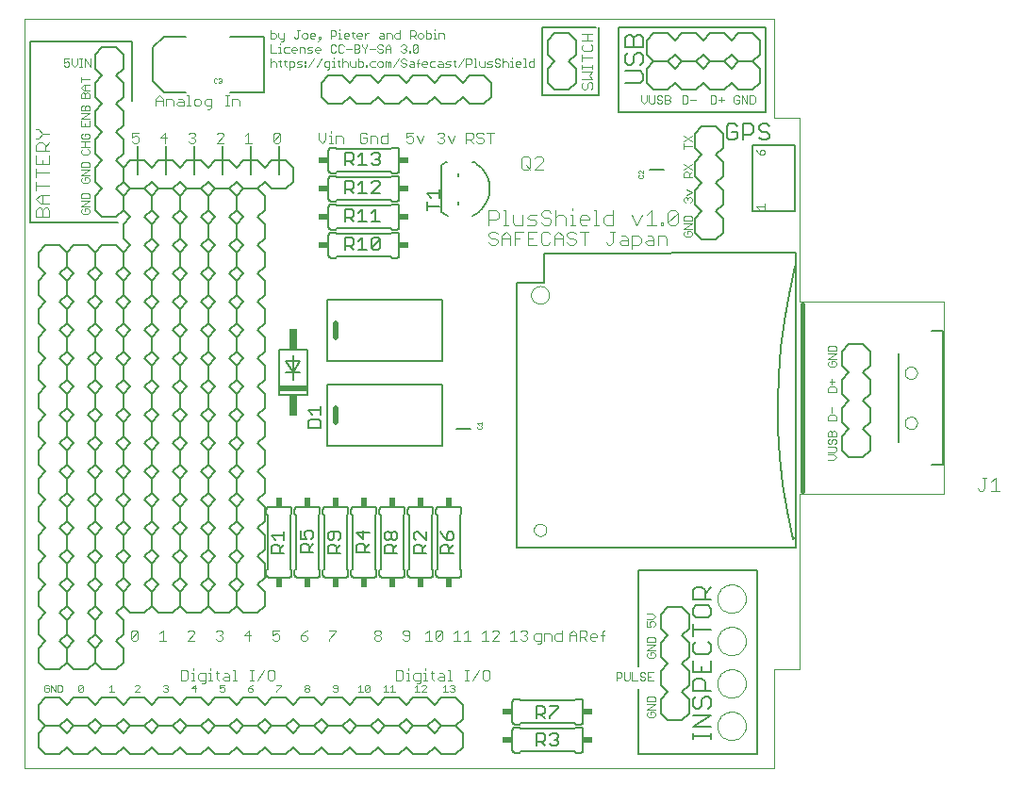
<source format=gto>
G75*
G70*
%OFA0B0*%
%FSLAX24Y24*%
%IPPOS*%
%LPD*%
%AMOC8*
5,1,8,0,0,1.08239X$1,22.5*
%
%ADD10C,0.0000*%
%ADD11C,0.0020*%
%ADD12C,0.0040*%
%ADD13C,0.0050*%
%ADD14C,0.0060*%
%ADD15C,0.0160*%
%ADD16C,0.0080*%
%ADD17C,0.0030*%
%ADD18R,0.0240X0.0340*%
%ADD19C,0.0010*%
%ADD20C,0.0200*%
%ADD21R,0.1000X0.0200*%
%ADD22R,0.0300X0.0750*%
%ADD23R,0.0340X0.0240*%
D10*
X002390Y000680D02*
X002390Y027176D01*
X028890Y027180D01*
X028890Y023676D01*
X029790Y023680D01*
X029790Y017180D01*
X034890Y017180D01*
X034890Y010380D01*
X029790Y010380D01*
X029790Y004180D01*
X028890Y004180D01*
X028890Y000680D01*
X002390Y000680D01*
X020400Y009113D02*
X020402Y009142D01*
X020408Y009170D01*
X020417Y009198D01*
X020430Y009224D01*
X020447Y009247D01*
X020466Y009269D01*
X020488Y009288D01*
X020513Y009303D01*
X020539Y009316D01*
X020567Y009324D01*
X020595Y009329D01*
X020624Y009330D01*
X020653Y009327D01*
X020681Y009320D01*
X020708Y009310D01*
X020734Y009296D01*
X020757Y009279D01*
X020778Y009259D01*
X020796Y009236D01*
X020811Y009211D01*
X020822Y009184D01*
X020830Y009156D01*
X020834Y009127D01*
X020834Y009099D01*
X020830Y009070D01*
X020822Y009042D01*
X020811Y009015D01*
X020796Y008990D01*
X020778Y008967D01*
X020757Y008947D01*
X020734Y008930D01*
X020708Y008916D01*
X020681Y008906D01*
X020653Y008899D01*
X020624Y008896D01*
X020595Y008897D01*
X020567Y008902D01*
X020539Y008910D01*
X020513Y008923D01*
X020488Y008938D01*
X020466Y008957D01*
X020447Y008979D01*
X020430Y009002D01*
X020417Y009028D01*
X020408Y009056D01*
X020402Y009084D01*
X020400Y009113D01*
X026890Y006680D02*
X026892Y006724D01*
X026898Y006768D01*
X026908Y006811D01*
X026921Y006853D01*
X026938Y006894D01*
X026959Y006933D01*
X026983Y006970D01*
X027010Y007005D01*
X027040Y007037D01*
X027073Y007067D01*
X027109Y007093D01*
X027146Y007117D01*
X027186Y007136D01*
X027227Y007153D01*
X027270Y007165D01*
X027313Y007174D01*
X027357Y007179D01*
X027401Y007180D01*
X027445Y007177D01*
X027489Y007170D01*
X027532Y007159D01*
X027574Y007145D01*
X027614Y007127D01*
X027653Y007105D01*
X027689Y007081D01*
X027723Y007053D01*
X027755Y007022D01*
X027784Y006988D01*
X027810Y006952D01*
X027832Y006914D01*
X027851Y006874D01*
X027866Y006832D01*
X027878Y006790D01*
X027886Y006746D01*
X027890Y006702D01*
X027890Y006658D01*
X027886Y006614D01*
X027878Y006570D01*
X027866Y006528D01*
X027851Y006486D01*
X027832Y006446D01*
X027810Y006408D01*
X027784Y006372D01*
X027755Y006338D01*
X027723Y006307D01*
X027689Y006279D01*
X027653Y006255D01*
X027614Y006233D01*
X027574Y006215D01*
X027532Y006201D01*
X027489Y006190D01*
X027445Y006183D01*
X027401Y006180D01*
X027357Y006181D01*
X027313Y006186D01*
X027270Y006195D01*
X027227Y006207D01*
X027186Y006224D01*
X027146Y006243D01*
X027109Y006267D01*
X027073Y006293D01*
X027040Y006323D01*
X027010Y006355D01*
X026983Y006390D01*
X026959Y006427D01*
X026938Y006466D01*
X026921Y006507D01*
X026908Y006549D01*
X026898Y006592D01*
X026892Y006636D01*
X026890Y006680D01*
X026890Y005180D02*
X026892Y005224D01*
X026898Y005268D01*
X026908Y005311D01*
X026921Y005353D01*
X026938Y005394D01*
X026959Y005433D01*
X026983Y005470D01*
X027010Y005505D01*
X027040Y005537D01*
X027073Y005567D01*
X027109Y005593D01*
X027146Y005617D01*
X027186Y005636D01*
X027227Y005653D01*
X027270Y005665D01*
X027313Y005674D01*
X027357Y005679D01*
X027401Y005680D01*
X027445Y005677D01*
X027489Y005670D01*
X027532Y005659D01*
X027574Y005645D01*
X027614Y005627D01*
X027653Y005605D01*
X027689Y005581D01*
X027723Y005553D01*
X027755Y005522D01*
X027784Y005488D01*
X027810Y005452D01*
X027832Y005414D01*
X027851Y005374D01*
X027866Y005332D01*
X027878Y005290D01*
X027886Y005246D01*
X027890Y005202D01*
X027890Y005158D01*
X027886Y005114D01*
X027878Y005070D01*
X027866Y005028D01*
X027851Y004986D01*
X027832Y004946D01*
X027810Y004908D01*
X027784Y004872D01*
X027755Y004838D01*
X027723Y004807D01*
X027689Y004779D01*
X027653Y004755D01*
X027614Y004733D01*
X027574Y004715D01*
X027532Y004701D01*
X027489Y004690D01*
X027445Y004683D01*
X027401Y004680D01*
X027357Y004681D01*
X027313Y004686D01*
X027270Y004695D01*
X027227Y004707D01*
X027186Y004724D01*
X027146Y004743D01*
X027109Y004767D01*
X027073Y004793D01*
X027040Y004823D01*
X027010Y004855D01*
X026983Y004890D01*
X026959Y004927D01*
X026938Y004966D01*
X026921Y005007D01*
X026908Y005049D01*
X026898Y005092D01*
X026892Y005136D01*
X026890Y005180D01*
X026890Y003680D02*
X026892Y003724D01*
X026898Y003768D01*
X026908Y003811D01*
X026921Y003853D01*
X026938Y003894D01*
X026959Y003933D01*
X026983Y003970D01*
X027010Y004005D01*
X027040Y004037D01*
X027073Y004067D01*
X027109Y004093D01*
X027146Y004117D01*
X027186Y004136D01*
X027227Y004153D01*
X027270Y004165D01*
X027313Y004174D01*
X027357Y004179D01*
X027401Y004180D01*
X027445Y004177D01*
X027489Y004170D01*
X027532Y004159D01*
X027574Y004145D01*
X027614Y004127D01*
X027653Y004105D01*
X027689Y004081D01*
X027723Y004053D01*
X027755Y004022D01*
X027784Y003988D01*
X027810Y003952D01*
X027832Y003914D01*
X027851Y003874D01*
X027866Y003832D01*
X027878Y003790D01*
X027886Y003746D01*
X027890Y003702D01*
X027890Y003658D01*
X027886Y003614D01*
X027878Y003570D01*
X027866Y003528D01*
X027851Y003486D01*
X027832Y003446D01*
X027810Y003408D01*
X027784Y003372D01*
X027755Y003338D01*
X027723Y003307D01*
X027689Y003279D01*
X027653Y003255D01*
X027614Y003233D01*
X027574Y003215D01*
X027532Y003201D01*
X027489Y003190D01*
X027445Y003183D01*
X027401Y003180D01*
X027357Y003181D01*
X027313Y003186D01*
X027270Y003195D01*
X027227Y003207D01*
X027186Y003224D01*
X027146Y003243D01*
X027109Y003267D01*
X027073Y003293D01*
X027040Y003323D01*
X027010Y003355D01*
X026983Y003390D01*
X026959Y003427D01*
X026938Y003466D01*
X026921Y003507D01*
X026908Y003549D01*
X026898Y003592D01*
X026892Y003636D01*
X026890Y003680D01*
X026890Y002180D02*
X026892Y002224D01*
X026898Y002268D01*
X026908Y002311D01*
X026921Y002353D01*
X026938Y002394D01*
X026959Y002433D01*
X026983Y002470D01*
X027010Y002505D01*
X027040Y002537D01*
X027073Y002567D01*
X027109Y002593D01*
X027146Y002617D01*
X027186Y002636D01*
X027227Y002653D01*
X027270Y002665D01*
X027313Y002674D01*
X027357Y002679D01*
X027401Y002680D01*
X027445Y002677D01*
X027489Y002670D01*
X027532Y002659D01*
X027574Y002645D01*
X027614Y002627D01*
X027653Y002605D01*
X027689Y002581D01*
X027723Y002553D01*
X027755Y002522D01*
X027784Y002488D01*
X027810Y002452D01*
X027832Y002414D01*
X027851Y002374D01*
X027866Y002332D01*
X027878Y002290D01*
X027886Y002246D01*
X027890Y002202D01*
X027890Y002158D01*
X027886Y002114D01*
X027878Y002070D01*
X027866Y002028D01*
X027851Y001986D01*
X027832Y001946D01*
X027810Y001908D01*
X027784Y001872D01*
X027755Y001838D01*
X027723Y001807D01*
X027689Y001779D01*
X027653Y001755D01*
X027614Y001733D01*
X027574Y001715D01*
X027532Y001701D01*
X027489Y001690D01*
X027445Y001683D01*
X027401Y001680D01*
X027357Y001681D01*
X027313Y001686D01*
X027270Y001695D01*
X027227Y001707D01*
X027186Y001724D01*
X027146Y001743D01*
X027109Y001767D01*
X027073Y001793D01*
X027040Y001823D01*
X027010Y001855D01*
X026983Y001890D01*
X026959Y001927D01*
X026938Y001966D01*
X026921Y002007D01*
X026908Y002049D01*
X026898Y002092D01*
X026892Y002136D01*
X026890Y002180D01*
X033512Y012894D02*
X033514Y012923D01*
X033520Y012951D01*
X033529Y012979D01*
X033542Y013005D01*
X033559Y013028D01*
X033578Y013050D01*
X033600Y013069D01*
X033625Y013084D01*
X033651Y013097D01*
X033679Y013105D01*
X033707Y013110D01*
X033736Y013111D01*
X033765Y013108D01*
X033793Y013101D01*
X033820Y013091D01*
X033846Y013077D01*
X033869Y013060D01*
X033890Y013040D01*
X033908Y013017D01*
X033923Y012992D01*
X033934Y012965D01*
X033942Y012937D01*
X033946Y012908D01*
X033946Y012880D01*
X033942Y012851D01*
X033934Y012823D01*
X033923Y012796D01*
X033908Y012771D01*
X033890Y012748D01*
X033869Y012728D01*
X033846Y012711D01*
X033820Y012697D01*
X033793Y012687D01*
X033765Y012680D01*
X033736Y012677D01*
X033707Y012678D01*
X033679Y012683D01*
X033651Y012691D01*
X033625Y012704D01*
X033600Y012719D01*
X033578Y012738D01*
X033559Y012760D01*
X033542Y012783D01*
X033529Y012809D01*
X033520Y012837D01*
X033514Y012865D01*
X033512Y012894D01*
X033512Y014666D02*
X033514Y014695D01*
X033520Y014723D01*
X033529Y014751D01*
X033542Y014777D01*
X033559Y014800D01*
X033578Y014822D01*
X033600Y014841D01*
X033625Y014856D01*
X033651Y014869D01*
X033679Y014877D01*
X033707Y014882D01*
X033736Y014883D01*
X033765Y014880D01*
X033793Y014873D01*
X033820Y014863D01*
X033846Y014849D01*
X033869Y014832D01*
X033890Y014812D01*
X033908Y014789D01*
X033923Y014764D01*
X033934Y014737D01*
X033942Y014709D01*
X033946Y014680D01*
X033946Y014652D01*
X033942Y014623D01*
X033934Y014595D01*
X033923Y014568D01*
X033908Y014543D01*
X033890Y014520D01*
X033869Y014500D01*
X033846Y014483D01*
X033820Y014469D01*
X033793Y014459D01*
X033765Y014452D01*
X033736Y014449D01*
X033707Y014450D01*
X033679Y014455D01*
X033651Y014463D01*
X033625Y014476D01*
X033600Y014491D01*
X033578Y014510D01*
X033559Y014532D01*
X033542Y014555D01*
X033529Y014581D01*
X033520Y014609D01*
X033514Y014637D01*
X033512Y014666D01*
X020302Y017420D02*
X020304Y017455D01*
X020310Y017490D01*
X020320Y017524D01*
X020333Y017557D01*
X020350Y017588D01*
X020371Y017616D01*
X020394Y017643D01*
X020421Y017666D01*
X020449Y017687D01*
X020480Y017704D01*
X020513Y017717D01*
X020547Y017727D01*
X020582Y017733D01*
X020617Y017735D01*
X020652Y017733D01*
X020687Y017727D01*
X020721Y017717D01*
X020754Y017704D01*
X020785Y017687D01*
X020813Y017666D01*
X020840Y017643D01*
X020863Y017616D01*
X020884Y017588D01*
X020901Y017557D01*
X020914Y017524D01*
X020924Y017490D01*
X020930Y017455D01*
X020932Y017420D01*
X020930Y017385D01*
X020924Y017350D01*
X020914Y017316D01*
X020901Y017283D01*
X020884Y017252D01*
X020863Y017224D01*
X020840Y017197D01*
X020813Y017174D01*
X020785Y017153D01*
X020754Y017136D01*
X020721Y017123D01*
X020687Y017113D01*
X020652Y017107D01*
X020617Y017105D01*
X020582Y017107D01*
X020547Y017113D01*
X020513Y017123D01*
X020480Y017136D01*
X020449Y017153D01*
X020421Y017174D01*
X020394Y017197D01*
X020371Y017224D01*
X020350Y017252D01*
X020333Y017283D01*
X020320Y017316D01*
X020310Y017350D01*
X020304Y017385D01*
X020302Y017420D01*
D11*
X025700Y019537D02*
X025746Y019490D01*
X025933Y019490D01*
X025980Y019537D01*
X025980Y019630D01*
X025933Y019677D01*
X025840Y019677D01*
X025840Y019583D01*
X025746Y019677D02*
X025700Y019630D01*
X025700Y019537D01*
X025700Y019766D02*
X025980Y019953D01*
X025700Y019953D01*
X025700Y020042D02*
X025700Y020183D01*
X025746Y020229D01*
X025933Y020229D01*
X025980Y020183D01*
X025980Y020042D01*
X025700Y020042D01*
X025700Y019766D02*
X025980Y019766D01*
X025933Y020690D02*
X025980Y020737D01*
X025980Y020830D01*
X025933Y020877D01*
X025887Y020877D01*
X025840Y020830D01*
X025840Y020783D01*
X025840Y020830D02*
X025793Y020877D01*
X025746Y020877D01*
X025700Y020830D01*
X025700Y020737D01*
X025746Y020690D01*
X025793Y020966D02*
X025980Y021060D01*
X025793Y021153D01*
X025700Y021590D02*
X025700Y021730D01*
X025746Y021777D01*
X025840Y021777D01*
X025887Y021730D01*
X025887Y021590D01*
X025980Y021590D02*
X025700Y021590D01*
X025887Y021683D02*
X025980Y021777D01*
X025980Y021866D02*
X025700Y022053D01*
X025700Y021866D02*
X025980Y022053D01*
X025700Y022590D02*
X025700Y022777D01*
X025700Y022866D02*
X025980Y023053D01*
X025980Y022866D02*
X025700Y023053D01*
X025700Y022683D02*
X025980Y022683D01*
X025788Y024190D02*
X025648Y024190D01*
X025648Y024470D01*
X025788Y024470D01*
X025834Y024424D01*
X025834Y024237D01*
X025788Y024190D01*
X025924Y024330D02*
X026111Y024330D01*
X026648Y024190D02*
X026788Y024190D01*
X026834Y024237D01*
X026834Y024424D01*
X026788Y024470D01*
X026648Y024470D01*
X026648Y024190D01*
X026924Y024330D02*
X027111Y024330D01*
X027017Y024424D02*
X027017Y024237D01*
X027471Y024237D02*
X027471Y024424D01*
X027518Y024470D01*
X027611Y024470D01*
X027658Y024424D01*
X027658Y024330D02*
X027565Y024330D01*
X027658Y024330D02*
X027658Y024237D01*
X027611Y024190D01*
X027518Y024190D01*
X027471Y024237D01*
X027748Y024190D02*
X027748Y024470D01*
X027934Y024190D01*
X027934Y024470D01*
X028024Y024470D02*
X028164Y024470D01*
X028211Y024424D01*
X028211Y024237D01*
X028164Y024190D01*
X028024Y024190D01*
X028024Y024470D01*
X025211Y024424D02*
X025211Y024377D01*
X025164Y024330D01*
X025024Y024330D01*
X024934Y024283D02*
X024934Y024237D01*
X024888Y024190D01*
X024794Y024190D01*
X024748Y024237D01*
X024658Y024237D02*
X024658Y024470D01*
X024748Y024424D02*
X024748Y024377D01*
X024794Y024330D01*
X024888Y024330D01*
X024934Y024283D01*
X025024Y024190D02*
X025164Y024190D01*
X025211Y024237D01*
X025211Y024283D01*
X025164Y024330D01*
X025211Y024424D02*
X025164Y024470D01*
X025024Y024470D01*
X025024Y024190D01*
X024934Y024424D02*
X024888Y024470D01*
X024794Y024470D01*
X024748Y024424D01*
X024658Y024237D02*
X024611Y024190D01*
X024518Y024190D01*
X024471Y024237D01*
X024471Y024470D01*
X024382Y024470D02*
X024382Y024283D01*
X024288Y024190D01*
X024195Y024283D01*
X024195Y024470D01*
X020403Y025490D02*
X020262Y025490D01*
X020216Y025537D01*
X020216Y025630D01*
X020262Y025677D01*
X020403Y025677D01*
X020403Y025770D02*
X020403Y025490D01*
X020125Y025490D02*
X020032Y025490D01*
X020078Y025490D02*
X020078Y025770D01*
X020032Y025770D01*
X019895Y025677D02*
X019942Y025630D01*
X019942Y025583D01*
X019755Y025583D01*
X019755Y025537D02*
X019755Y025630D01*
X019802Y025677D01*
X019895Y025677D01*
X019895Y025490D02*
X019802Y025490D01*
X019755Y025537D01*
X019665Y025490D02*
X019571Y025490D01*
X019618Y025490D02*
X019618Y025677D01*
X019571Y025677D01*
X019482Y025630D02*
X019482Y025490D01*
X019482Y025630D02*
X019435Y025677D01*
X019342Y025677D01*
X019295Y025630D01*
X019206Y025583D02*
X019206Y025537D01*
X019159Y025490D01*
X019065Y025490D01*
X019019Y025537D01*
X018929Y025537D02*
X018883Y025583D01*
X018789Y025583D01*
X018743Y025630D01*
X018789Y025677D01*
X018929Y025677D01*
X019019Y025677D02*
X019065Y025630D01*
X019159Y025630D01*
X019206Y025583D01*
X019295Y025490D02*
X019295Y025770D01*
X019206Y025724D02*
X019159Y025770D01*
X019065Y025770D01*
X019019Y025724D01*
X019019Y025677D01*
X018929Y025537D02*
X018883Y025490D01*
X018743Y025490D01*
X018653Y025490D02*
X018653Y025677D01*
X018466Y025677D02*
X018466Y025537D01*
X018513Y025490D01*
X018653Y025490D01*
X018376Y025490D02*
X018282Y025490D01*
X018329Y025490D02*
X018329Y025770D01*
X018282Y025770D01*
X018193Y025724D02*
X018193Y025630D01*
X018146Y025583D01*
X018006Y025583D01*
X018006Y025490D02*
X018006Y025770D01*
X018146Y025770D01*
X018193Y025724D01*
X017916Y025770D02*
X017730Y025490D01*
X017639Y025490D02*
X017592Y025537D01*
X017592Y025724D01*
X017545Y025677D02*
X017639Y025677D01*
X017456Y025677D02*
X017316Y025677D01*
X017269Y025630D01*
X017316Y025583D01*
X017409Y025583D01*
X017456Y025537D01*
X017409Y025490D01*
X017269Y025490D01*
X017180Y025490D02*
X017040Y025490D01*
X016993Y025537D01*
X017040Y025583D01*
X017180Y025583D01*
X017180Y025630D02*
X017180Y025490D01*
X017180Y025630D02*
X017133Y025677D01*
X017040Y025677D01*
X016904Y025677D02*
X016763Y025677D01*
X016717Y025630D01*
X016717Y025537D01*
X016763Y025490D01*
X016904Y025490D01*
X016627Y025583D02*
X016441Y025583D01*
X016441Y025537D02*
X016441Y025630D01*
X016487Y025677D01*
X016581Y025677D01*
X016627Y025630D01*
X016627Y025583D01*
X016581Y025490D02*
X016487Y025490D01*
X016441Y025537D01*
X016350Y025630D02*
X016256Y025630D01*
X016167Y025630D02*
X016167Y025490D01*
X016027Y025490D01*
X015980Y025537D01*
X016027Y025583D01*
X016167Y025583D01*
X016167Y025630D02*
X016120Y025677D01*
X016027Y025677D01*
X015891Y025724D02*
X015844Y025770D01*
X015751Y025770D01*
X015704Y025724D01*
X015704Y025677D01*
X015751Y025630D01*
X015844Y025630D01*
X015891Y025583D01*
X015891Y025537D01*
X015844Y025490D01*
X015751Y025490D01*
X015704Y025537D01*
X015615Y025770D02*
X015428Y025490D01*
X015338Y025490D02*
X015338Y025630D01*
X015292Y025677D01*
X015245Y025630D01*
X015245Y025490D01*
X015151Y025490D02*
X015151Y025677D01*
X015198Y025677D01*
X015245Y025630D01*
X015062Y025630D02*
X015015Y025677D01*
X014922Y025677D01*
X014875Y025630D01*
X014875Y025537D01*
X014922Y025490D01*
X015015Y025490D01*
X015062Y025537D01*
X015062Y025630D01*
X014786Y025677D02*
X014646Y025677D01*
X014599Y025630D01*
X014599Y025537D01*
X014646Y025490D01*
X014786Y025490D01*
X014508Y025490D02*
X014461Y025490D01*
X014461Y025537D01*
X014508Y025537D01*
X014508Y025490D01*
X014371Y025537D02*
X014371Y025630D01*
X014325Y025677D01*
X014185Y025677D01*
X014095Y025677D02*
X014095Y025490D01*
X013955Y025490D01*
X013908Y025537D01*
X013908Y025677D01*
X013819Y025630D02*
X013819Y025490D01*
X013819Y025630D02*
X013772Y025677D01*
X013679Y025677D01*
X013632Y025630D01*
X013541Y025677D02*
X013448Y025677D01*
X013495Y025724D02*
X013495Y025537D01*
X013541Y025490D01*
X013632Y025490D02*
X013632Y025770D01*
X013634Y025990D02*
X013681Y026037D01*
X013634Y025990D02*
X013541Y025990D01*
X013494Y026037D01*
X013494Y026224D01*
X013541Y026270D01*
X013634Y026270D01*
X013681Y026224D01*
X013770Y026130D02*
X013957Y026130D01*
X014047Y026130D02*
X014187Y026130D01*
X014233Y026083D01*
X014233Y026037D01*
X014187Y025990D01*
X014047Y025990D01*
X014047Y026270D01*
X014187Y026270D01*
X014233Y026224D01*
X014233Y026177D01*
X014187Y026130D01*
X014323Y026224D02*
X014323Y026270D01*
X014323Y026224D02*
X014416Y026130D01*
X014416Y025990D01*
X014416Y026130D02*
X014510Y026224D01*
X014510Y026270D01*
X014599Y026130D02*
X014786Y026130D01*
X014875Y026177D02*
X014922Y026130D01*
X015015Y026130D01*
X015062Y026083D01*
X015062Y026037D01*
X015015Y025990D01*
X014922Y025990D01*
X014875Y026037D01*
X014875Y026177D02*
X014875Y026224D01*
X014922Y026270D01*
X015015Y026270D01*
X015062Y026224D01*
X015151Y026177D02*
X015245Y026270D01*
X015338Y026177D01*
X015338Y025990D01*
X015338Y026130D02*
X015151Y026130D01*
X015151Y026177D02*
X015151Y025990D01*
X015108Y026490D02*
X014968Y026490D01*
X014921Y026537D01*
X014968Y026583D01*
X015108Y026583D01*
X015108Y026630D02*
X015108Y026490D01*
X015197Y026490D02*
X015197Y026677D01*
X015338Y026677D01*
X015384Y026630D01*
X015384Y026490D01*
X015474Y026537D02*
X015474Y026630D01*
X015520Y026677D01*
X015661Y026677D01*
X015661Y026770D02*
X015661Y026490D01*
X015520Y026490D01*
X015474Y026537D01*
X015108Y026630D02*
X015061Y026677D01*
X014968Y026677D01*
X014555Y026677D02*
X014508Y026677D01*
X014415Y026583D01*
X014325Y026583D02*
X014139Y026583D01*
X014139Y026537D02*
X014139Y026630D01*
X014185Y026677D01*
X014279Y026677D01*
X014325Y026630D01*
X014325Y026583D01*
X014279Y026490D02*
X014185Y026490D01*
X014139Y026537D01*
X014048Y026490D02*
X014001Y026537D01*
X014001Y026724D01*
X013954Y026677D02*
X014048Y026677D01*
X013865Y026630D02*
X013865Y026583D01*
X013678Y026583D01*
X013678Y026537D02*
X013678Y026630D01*
X013725Y026677D01*
X013818Y026677D01*
X013865Y026630D01*
X013818Y026490D02*
X013725Y026490D01*
X013678Y026537D01*
X013587Y026490D02*
X013494Y026490D01*
X013541Y026490D02*
X013541Y026677D01*
X013494Y026677D01*
X013405Y026724D02*
X013405Y026630D01*
X013358Y026583D01*
X013218Y026583D01*
X013218Y026490D02*
X013218Y026770D01*
X013358Y026770D01*
X013405Y026724D01*
X013541Y026770D02*
X013541Y026817D01*
X013358Y026270D02*
X013265Y026270D01*
X013218Y026224D01*
X013218Y026037D01*
X013265Y025990D01*
X013358Y025990D01*
X013405Y026037D01*
X013405Y026224D02*
X013358Y026270D01*
X012852Y026130D02*
X012852Y026083D01*
X012665Y026083D01*
X012665Y026037D02*
X012665Y026130D01*
X012712Y026177D01*
X012805Y026177D01*
X012852Y026130D01*
X012805Y025990D02*
X012712Y025990D01*
X012665Y026037D01*
X012576Y026037D02*
X012529Y026083D01*
X012436Y026083D01*
X012389Y026130D01*
X012436Y026177D01*
X012576Y026177D01*
X012576Y026037D02*
X012529Y025990D01*
X012389Y025990D01*
X012300Y025990D02*
X012300Y026130D01*
X012253Y026177D01*
X012113Y026177D01*
X012113Y025990D01*
X012023Y026083D02*
X011837Y026083D01*
X011837Y026037D02*
X011837Y026130D01*
X011883Y026177D01*
X011977Y026177D01*
X012023Y026130D01*
X012023Y026083D01*
X011977Y025990D02*
X011883Y025990D01*
X011837Y026037D01*
X011747Y025990D02*
X011607Y025990D01*
X011560Y026037D01*
X011560Y026130D01*
X011607Y026177D01*
X011747Y026177D01*
X011516Y026397D02*
X011470Y026397D01*
X011516Y026397D02*
X011563Y026443D01*
X011563Y026677D01*
X011376Y026677D02*
X011376Y026537D01*
X011423Y026490D01*
X011563Y026490D01*
X011423Y026317D02*
X011423Y026270D01*
X011423Y026177D02*
X011423Y025990D01*
X011376Y025990D02*
X011470Y025990D01*
X011287Y025990D02*
X011100Y025990D01*
X011100Y026270D01*
X011100Y026490D02*
X011240Y026490D01*
X011287Y026537D01*
X011287Y026630D01*
X011240Y026677D01*
X011100Y026677D01*
X011100Y026770D02*
X011100Y026490D01*
X011376Y026177D02*
X011423Y026177D01*
X011423Y025724D02*
X011423Y025537D01*
X011470Y025490D01*
X011607Y025537D02*
X011654Y025490D01*
X011607Y025537D02*
X011607Y025724D01*
X011560Y025677D02*
X011654Y025677D01*
X011745Y025677D02*
X011885Y025677D01*
X011931Y025630D01*
X011931Y025537D01*
X011885Y025490D01*
X011745Y025490D01*
X011745Y025397D02*
X011745Y025677D01*
X011470Y025677D02*
X011376Y025677D01*
X011287Y025630D02*
X011287Y025490D01*
X011287Y025630D02*
X011240Y025677D01*
X011147Y025677D01*
X011100Y025630D01*
X011100Y025770D02*
X011100Y025490D01*
X012021Y025490D02*
X012161Y025490D01*
X012208Y025537D01*
X012161Y025583D01*
X012067Y025583D01*
X012021Y025630D01*
X012067Y025677D01*
X012208Y025677D01*
X012297Y025677D02*
X012297Y025630D01*
X012344Y025630D01*
X012344Y025677D01*
X012297Y025677D01*
X012297Y025537D02*
X012297Y025490D01*
X012344Y025490D01*
X012344Y025537D01*
X012297Y025537D01*
X012435Y025490D02*
X012622Y025770D01*
X012898Y025770D02*
X012711Y025490D01*
X012988Y025537D02*
X013034Y025490D01*
X013174Y025490D01*
X013174Y025443D02*
X013174Y025677D01*
X013034Y025677D01*
X012988Y025630D01*
X012988Y025537D01*
X013081Y025397D02*
X013128Y025397D01*
X013174Y025443D01*
X013264Y025490D02*
X013357Y025490D01*
X013311Y025490D02*
X013311Y025677D01*
X013264Y025677D01*
X013311Y025770D02*
X013311Y025817D01*
X012757Y026397D02*
X012851Y026490D01*
X012804Y026490D01*
X012804Y026537D01*
X012851Y026537D01*
X012851Y026490D01*
X012668Y026583D02*
X012481Y026583D01*
X012481Y026537D02*
X012481Y026630D01*
X012528Y026677D01*
X012621Y026677D01*
X012668Y026630D01*
X012668Y026583D01*
X012621Y026490D02*
X012528Y026490D01*
X012481Y026537D01*
X012392Y026537D02*
X012392Y026630D01*
X012345Y026677D01*
X012252Y026677D01*
X012205Y026630D01*
X012205Y026537D01*
X012252Y026490D01*
X012345Y026490D01*
X012392Y026537D01*
X012069Y026537D02*
X012022Y026490D01*
X011975Y026490D01*
X011929Y026537D01*
X012069Y026537D02*
X012069Y026770D01*
X012022Y026770D02*
X012116Y026770D01*
X014185Y025770D02*
X014185Y025490D01*
X014325Y025490D01*
X014371Y025537D01*
X014415Y026490D02*
X014415Y026677D01*
X015704Y026224D02*
X015751Y026270D01*
X015844Y026270D01*
X015891Y026224D01*
X015891Y026177D01*
X015844Y026130D01*
X015891Y026083D01*
X015891Y026037D01*
X015844Y025990D01*
X015751Y025990D01*
X015704Y026037D01*
X015797Y026130D02*
X015844Y026130D01*
X015980Y026037D02*
X016027Y026037D01*
X016027Y025990D01*
X015980Y025990D01*
X015980Y026037D01*
X016118Y026037D02*
X016305Y026224D01*
X016305Y026037D01*
X016258Y025990D01*
X016165Y025990D01*
X016118Y026037D01*
X016118Y026224D01*
X016165Y026270D01*
X016258Y026270D01*
X016305Y026224D01*
X016349Y026490D02*
X016302Y026537D01*
X016302Y026630D01*
X016349Y026677D01*
X016443Y026677D01*
X016489Y026630D01*
X016489Y026537D01*
X016443Y026490D01*
X016349Y026490D01*
X016213Y026490D02*
X016120Y026583D01*
X016166Y026583D02*
X016026Y026583D01*
X016026Y026490D02*
X016026Y026770D01*
X016166Y026770D01*
X016213Y026724D01*
X016213Y026630D01*
X016166Y026583D01*
X016579Y026490D02*
X016719Y026490D01*
X016765Y026537D01*
X016765Y026630D01*
X016719Y026677D01*
X016579Y026677D01*
X016579Y026770D02*
X016579Y026490D01*
X016855Y026490D02*
X016948Y026490D01*
X016902Y026490D02*
X016902Y026677D01*
X016855Y026677D01*
X016902Y026770D02*
X016902Y026817D01*
X017039Y026677D02*
X017179Y026677D01*
X017226Y026630D01*
X017226Y026490D01*
X017039Y026490D02*
X017039Y026677D01*
X016350Y025770D02*
X016303Y025724D01*
X016303Y025490D01*
X019618Y025770D02*
X019618Y025817D01*
X004711Y025770D02*
X004711Y025490D01*
X004524Y025770D01*
X004524Y025490D01*
X004433Y025490D02*
X004340Y025490D01*
X004386Y025490D02*
X004386Y025770D01*
X004340Y025770D02*
X004433Y025770D01*
X004250Y025770D02*
X004250Y025583D01*
X004157Y025490D01*
X004063Y025583D01*
X004063Y025770D01*
X003974Y025770D02*
X003787Y025770D01*
X003787Y025630D01*
X003881Y025677D01*
X003927Y025677D01*
X003974Y025630D01*
X003974Y025537D01*
X003927Y025490D01*
X003834Y025490D01*
X003787Y025537D01*
X004400Y025129D02*
X004400Y024942D01*
X004400Y025036D02*
X004680Y025036D01*
X004680Y024853D02*
X004493Y024853D01*
X004400Y024760D01*
X004493Y024666D01*
X004680Y024666D01*
X004633Y024577D02*
X004680Y024530D01*
X004680Y024390D01*
X004400Y024390D01*
X004400Y024530D01*
X004446Y024577D01*
X004493Y024577D01*
X004540Y024530D01*
X004540Y024390D01*
X004540Y024530D02*
X004587Y024577D01*
X004633Y024577D01*
X004540Y024666D02*
X004540Y024853D01*
X004587Y024129D02*
X004633Y024129D01*
X004680Y024083D01*
X004680Y023942D01*
X004400Y023942D01*
X004400Y024083D01*
X004446Y024129D01*
X004493Y024129D01*
X004540Y024083D01*
X004540Y023942D01*
X004540Y024083D02*
X004587Y024129D01*
X004680Y023853D02*
X004400Y023853D01*
X004400Y023666D02*
X004680Y023853D01*
X004680Y023666D02*
X004400Y023666D01*
X004400Y023577D02*
X004400Y023390D01*
X004680Y023390D01*
X004680Y023577D01*
X004540Y023483D02*
X004540Y023390D01*
X004540Y023129D02*
X004540Y023036D01*
X004540Y023129D02*
X004633Y023129D01*
X004680Y023083D01*
X004680Y022989D01*
X004633Y022942D01*
X004446Y022942D01*
X004400Y022989D01*
X004400Y023083D01*
X004446Y023129D01*
X004400Y022853D02*
X004680Y022853D01*
X004540Y022853D02*
X004540Y022666D01*
X004633Y022577D02*
X004680Y022530D01*
X004680Y022437D01*
X004633Y022390D01*
X004446Y022390D01*
X004400Y022437D01*
X004400Y022530D01*
X004446Y022577D01*
X004400Y022666D02*
X004680Y022666D01*
X004633Y022129D02*
X004446Y022129D01*
X004400Y022083D01*
X004400Y021942D01*
X004680Y021942D01*
X004680Y022083D01*
X004633Y022129D01*
X004680Y021853D02*
X004400Y021853D01*
X004400Y021666D02*
X004680Y021853D01*
X004680Y021666D02*
X004400Y021666D01*
X004446Y021577D02*
X004400Y021530D01*
X004400Y021437D01*
X004446Y021390D01*
X004633Y021390D01*
X004680Y021437D01*
X004680Y021530D01*
X004633Y021577D01*
X004540Y021577D01*
X004540Y021483D01*
X004633Y021029D02*
X004446Y021029D01*
X004400Y020983D01*
X004400Y020842D01*
X004680Y020842D01*
X004680Y020983D01*
X004633Y021029D01*
X004680Y020753D02*
X004400Y020753D01*
X004400Y020566D02*
X004680Y020753D01*
X004680Y020566D02*
X004400Y020566D01*
X004446Y020477D02*
X004400Y020430D01*
X004400Y020337D01*
X004446Y020290D01*
X004633Y020290D01*
X004680Y020337D01*
X004680Y020430D01*
X004633Y020477D01*
X004540Y020477D01*
X004540Y020383D01*
X024400Y006153D02*
X024587Y006153D01*
X024680Y006060D01*
X024587Y005966D01*
X024400Y005966D01*
X024400Y005877D02*
X024400Y005690D01*
X024540Y005690D01*
X024493Y005783D01*
X024493Y005830D01*
X024540Y005877D01*
X024633Y005877D01*
X024680Y005830D01*
X024680Y005737D01*
X024633Y005690D01*
X024633Y005329D02*
X024446Y005329D01*
X024400Y005283D01*
X024400Y005142D01*
X024680Y005142D01*
X024680Y005283D01*
X024633Y005329D01*
X024680Y005053D02*
X024400Y005053D01*
X024400Y004866D02*
X024680Y005053D01*
X024680Y004866D02*
X024400Y004866D01*
X024446Y004777D02*
X024400Y004730D01*
X024400Y004637D01*
X024446Y004590D01*
X024633Y004590D01*
X024680Y004637D01*
X024680Y004730D01*
X024633Y004777D01*
X024540Y004777D01*
X024540Y004683D01*
X024611Y004070D02*
X024424Y004070D01*
X024424Y003790D01*
X024611Y003790D01*
X024517Y003930D02*
X024424Y003930D01*
X024334Y003883D02*
X024288Y003930D01*
X024194Y003930D01*
X024148Y003977D01*
X024148Y004024D01*
X024194Y004070D01*
X024288Y004070D01*
X024334Y004024D01*
X024334Y003883D02*
X024334Y003837D01*
X024288Y003790D01*
X024194Y003790D01*
X024148Y003837D01*
X024058Y003790D02*
X023871Y003790D01*
X023871Y004070D01*
X023782Y004070D02*
X023782Y003837D01*
X023735Y003790D01*
X023642Y003790D01*
X023595Y003837D01*
X023595Y004070D01*
X023506Y004024D02*
X023506Y003930D01*
X023459Y003883D01*
X023319Y003883D01*
X023319Y003790D02*
X023319Y004070D01*
X023459Y004070D01*
X023506Y004024D01*
X024400Y003183D02*
X024400Y003042D01*
X024680Y003042D01*
X024680Y003183D01*
X024633Y003229D01*
X024446Y003229D01*
X024400Y003183D01*
X024400Y002953D02*
X024680Y002953D01*
X024400Y002766D01*
X024680Y002766D01*
X024633Y002677D02*
X024540Y002677D01*
X024540Y002583D01*
X024633Y002490D02*
X024680Y002537D01*
X024680Y002630D01*
X024633Y002677D01*
X024446Y002677D02*
X024400Y002630D01*
X024400Y002537D01*
X024446Y002490D01*
X024633Y002490D01*
X017584Y003428D02*
X017545Y003390D01*
X017469Y003390D01*
X017430Y003428D01*
X017353Y003390D02*
X017200Y003390D01*
X017277Y003390D02*
X017277Y003620D01*
X017200Y003543D01*
X017430Y003582D02*
X017469Y003620D01*
X017545Y003620D01*
X017584Y003582D01*
X017584Y003543D01*
X017545Y003505D01*
X017584Y003467D01*
X017584Y003428D01*
X017545Y003505D02*
X017507Y003505D01*
X016584Y003543D02*
X016584Y003582D01*
X016545Y003620D01*
X016469Y003620D01*
X016430Y003582D01*
X016277Y003620D02*
X016277Y003390D01*
X016353Y003390D02*
X016200Y003390D01*
X016200Y003543D02*
X016277Y003620D01*
X016430Y003390D02*
X016584Y003543D01*
X016584Y003390D02*
X016430Y003390D01*
X015484Y003390D02*
X015330Y003390D01*
X015253Y003390D02*
X015100Y003390D01*
X015177Y003390D02*
X015177Y003620D01*
X015100Y003543D01*
X015330Y003543D02*
X015407Y003620D01*
X015407Y003390D01*
X014584Y003428D02*
X014545Y003390D01*
X014469Y003390D01*
X014430Y003428D01*
X014584Y003582D01*
X014584Y003428D01*
X014430Y003428D02*
X014430Y003582D01*
X014469Y003620D01*
X014545Y003620D01*
X014584Y003582D01*
X014353Y003390D02*
X014200Y003390D01*
X014277Y003390D02*
X014277Y003620D01*
X014200Y003543D01*
X013453Y003505D02*
X013338Y003505D01*
X013300Y003543D01*
X013300Y003582D01*
X013338Y003620D01*
X013415Y003620D01*
X013453Y003582D01*
X013453Y003428D01*
X013415Y003390D01*
X013338Y003390D01*
X013300Y003428D01*
X012453Y003428D02*
X012415Y003390D01*
X012338Y003390D01*
X012300Y003428D01*
X012300Y003467D01*
X012338Y003505D01*
X012415Y003505D01*
X012453Y003467D01*
X012453Y003428D01*
X012415Y003505D02*
X012453Y003543D01*
X012453Y003582D01*
X012415Y003620D01*
X012338Y003620D01*
X012300Y003582D01*
X012300Y003543D01*
X012338Y003505D01*
X011453Y003582D02*
X011300Y003428D01*
X011300Y003390D01*
X011300Y003620D02*
X011453Y003620D01*
X011453Y003582D01*
X010453Y003620D02*
X010377Y003582D01*
X010300Y003505D01*
X010415Y003505D01*
X010453Y003467D01*
X010453Y003428D01*
X010415Y003390D01*
X010338Y003390D01*
X010300Y003428D01*
X010300Y003505D01*
X009453Y003505D02*
X009453Y003428D01*
X009415Y003390D01*
X009338Y003390D01*
X009300Y003428D01*
X009300Y003505D02*
X009377Y003543D01*
X009415Y003543D01*
X009453Y003505D01*
X009453Y003620D02*
X009300Y003620D01*
X009300Y003505D01*
X008453Y003505D02*
X008300Y003505D01*
X008415Y003620D01*
X008415Y003390D01*
X007453Y003428D02*
X007415Y003390D01*
X007338Y003390D01*
X007300Y003428D01*
X007377Y003505D02*
X007415Y003505D01*
X007453Y003467D01*
X007453Y003428D01*
X007415Y003505D02*
X007453Y003543D01*
X007453Y003582D01*
X007415Y003620D01*
X007338Y003620D01*
X007300Y003582D01*
X006453Y003582D02*
X006415Y003620D01*
X006338Y003620D01*
X006300Y003582D01*
X006453Y003582D02*
X006453Y003543D01*
X006300Y003390D01*
X006453Y003390D01*
X005553Y003390D02*
X005400Y003390D01*
X005477Y003390D02*
X005477Y003620D01*
X005400Y003543D01*
X004453Y003582D02*
X004300Y003428D01*
X004338Y003390D01*
X004415Y003390D01*
X004453Y003428D01*
X004453Y003582D01*
X004415Y003620D01*
X004338Y003620D01*
X004300Y003582D01*
X004300Y003428D01*
X003714Y003428D02*
X003714Y003582D01*
X003675Y003620D01*
X003560Y003620D01*
X003560Y003390D01*
X003675Y003390D01*
X003714Y003428D01*
X003484Y003390D02*
X003484Y003620D01*
X003330Y003620D02*
X003484Y003390D01*
X003330Y003390D02*
X003330Y003620D01*
X003253Y003582D02*
X003215Y003620D01*
X003138Y003620D01*
X003100Y003582D01*
X003100Y003428D01*
X003138Y003390D01*
X003215Y003390D01*
X003253Y003428D01*
X003253Y003505D01*
X003177Y003505D01*
X030800Y011590D02*
X030987Y011590D01*
X031080Y011683D01*
X030987Y011777D01*
X030800Y011777D01*
X030800Y011866D02*
X031033Y011866D01*
X031080Y011913D01*
X031080Y012006D01*
X031033Y012053D01*
X030800Y012053D01*
X030846Y012142D02*
X030893Y012142D01*
X030940Y012189D01*
X030940Y012283D01*
X030987Y012329D01*
X031033Y012329D01*
X031080Y012283D01*
X031080Y012189D01*
X031033Y012142D01*
X030846Y012142D02*
X030800Y012189D01*
X030800Y012283D01*
X030846Y012329D01*
X030800Y012419D02*
X030800Y012559D01*
X030846Y012606D01*
X030893Y012606D01*
X030940Y012559D01*
X030940Y012419D01*
X030940Y012559D02*
X030987Y012606D01*
X031033Y012606D01*
X031080Y012559D01*
X031080Y012419D01*
X030800Y012419D01*
X030800Y012990D02*
X030800Y013130D01*
X030846Y013177D01*
X031033Y013177D01*
X031080Y013130D01*
X031080Y012990D01*
X030800Y012990D01*
X030940Y013266D02*
X030940Y013453D01*
X030800Y013990D02*
X031080Y013990D01*
X031080Y014130D01*
X031033Y014177D01*
X030846Y014177D01*
X030800Y014130D01*
X030800Y013990D01*
X030940Y014266D02*
X030940Y014453D01*
X031033Y014360D02*
X030846Y014360D01*
X030846Y014890D02*
X031033Y014890D01*
X031080Y014937D01*
X031080Y015030D01*
X031033Y015077D01*
X030940Y015077D01*
X030940Y014983D01*
X030846Y014890D02*
X030800Y014937D01*
X030800Y015030D01*
X030846Y015077D01*
X030800Y015166D02*
X031080Y015353D01*
X030800Y015353D01*
X030800Y015442D02*
X030800Y015583D01*
X030846Y015629D01*
X031033Y015629D01*
X031080Y015583D01*
X031080Y015442D01*
X030800Y015442D01*
X030800Y015166D02*
X031080Y015166D01*
D12*
X036250Y010957D02*
X036404Y010957D01*
X036327Y010957D02*
X036327Y010574D01*
X036250Y010497D01*
X036174Y010497D01*
X036097Y010574D01*
X036557Y010497D02*
X036864Y010497D01*
X036711Y010497D02*
X036711Y010957D01*
X036557Y010804D01*
X025102Y019200D02*
X025102Y019430D01*
X025025Y019507D01*
X024795Y019507D01*
X024795Y019200D01*
X024642Y019200D02*
X024411Y019200D01*
X024335Y019277D01*
X024411Y019353D01*
X024642Y019353D01*
X024642Y019430D02*
X024642Y019200D01*
X024642Y019430D02*
X024565Y019507D01*
X024411Y019507D01*
X024181Y019430D02*
X024181Y019277D01*
X024105Y019200D01*
X023874Y019200D01*
X023721Y019200D02*
X023491Y019200D01*
X023414Y019277D01*
X023491Y019353D01*
X023721Y019353D01*
X023721Y019430D02*
X023721Y019200D01*
X023874Y019047D02*
X023874Y019507D01*
X024105Y019507D01*
X024181Y019430D01*
X023721Y019430D02*
X023644Y019507D01*
X023491Y019507D01*
X023260Y019660D02*
X023107Y019660D01*
X023184Y019660D02*
X023184Y019277D01*
X023107Y019200D01*
X023030Y019200D01*
X022954Y019277D01*
X022947Y019900D02*
X022861Y019985D01*
X022861Y020155D01*
X022947Y020240D01*
X023202Y020240D01*
X023202Y020410D02*
X023202Y019900D01*
X022947Y019900D01*
X022694Y019900D02*
X022524Y019900D01*
X022609Y019900D02*
X022609Y020410D01*
X022524Y020410D01*
X022273Y020240D02*
X022358Y020155D01*
X022358Y020070D01*
X022017Y020070D01*
X022017Y019985D02*
X022017Y020155D01*
X022102Y020240D01*
X022273Y020240D01*
X022273Y019900D02*
X022102Y019900D01*
X022017Y019985D01*
X021850Y019900D02*
X021680Y019900D01*
X021765Y019900D02*
X021765Y020240D01*
X021680Y020240D01*
X021514Y020155D02*
X021514Y019900D01*
X021514Y020155D02*
X021429Y020240D01*
X021258Y020240D01*
X021173Y020155D01*
X021007Y020070D02*
X020922Y020155D01*
X020752Y020155D01*
X020667Y020240D01*
X020667Y020325D01*
X020752Y020410D01*
X020922Y020410D01*
X021007Y020325D01*
X021173Y020410D02*
X021173Y019900D01*
X021007Y019985D02*
X020922Y019900D01*
X020752Y019900D01*
X020667Y019985D01*
X020501Y019985D02*
X020416Y020070D01*
X020246Y020070D01*
X020160Y020155D01*
X020246Y020240D01*
X020501Y020240D01*
X020501Y019985D02*
X020416Y019900D01*
X020160Y019900D01*
X019994Y019900D02*
X019994Y020240D01*
X019654Y020240D02*
X019654Y019985D01*
X019739Y019900D01*
X019994Y019900D01*
X020038Y019660D02*
X019731Y019660D01*
X019731Y019200D01*
X019577Y019200D02*
X019577Y019507D01*
X019424Y019660D01*
X019270Y019507D01*
X019270Y019200D01*
X019117Y019277D02*
X019040Y019200D01*
X018887Y019200D01*
X018810Y019277D01*
X018887Y019430D02*
X019040Y019430D01*
X019117Y019353D01*
X019117Y019277D01*
X019270Y019430D02*
X019577Y019430D01*
X019731Y019430D02*
X019884Y019430D01*
X020191Y019430D02*
X020345Y019430D01*
X020191Y019200D02*
X020498Y019200D01*
X020652Y019277D02*
X020728Y019200D01*
X020882Y019200D01*
X020958Y019277D01*
X021112Y019200D02*
X021112Y019507D01*
X021265Y019660D01*
X021419Y019507D01*
X021419Y019200D01*
X021572Y019277D02*
X021649Y019200D01*
X021803Y019200D01*
X021879Y019277D01*
X021879Y019353D01*
X021803Y019430D01*
X021649Y019430D01*
X021572Y019507D01*
X021572Y019584D01*
X021649Y019660D01*
X021803Y019660D01*
X021879Y019584D01*
X022033Y019660D02*
X022340Y019660D01*
X022186Y019660D02*
X022186Y019200D01*
X021419Y019430D02*
X021112Y019430D01*
X020958Y019584D02*
X020882Y019660D01*
X020728Y019660D01*
X020652Y019584D01*
X020652Y019277D01*
X020498Y019660D02*
X020191Y019660D01*
X020191Y019200D01*
X019487Y019900D02*
X019316Y019900D01*
X019402Y019900D02*
X019402Y020410D01*
X019316Y020410D01*
X019150Y020325D02*
X019150Y020155D01*
X019065Y020070D01*
X018810Y020070D01*
X018810Y019900D02*
X018810Y020410D01*
X019065Y020410D01*
X019150Y020325D01*
X019040Y019660D02*
X018887Y019660D01*
X018810Y019584D01*
X018810Y019507D01*
X018887Y019430D01*
X019117Y019584D02*
X019040Y019660D01*
X021007Y019985D02*
X021007Y020070D01*
X021765Y020410D02*
X021765Y020496D01*
X020727Y021850D02*
X020420Y021850D01*
X020727Y022157D01*
X020727Y022234D01*
X020651Y022310D01*
X020497Y022310D01*
X020420Y022234D01*
X020267Y022234D02*
X020267Y021927D01*
X020190Y021850D01*
X020037Y021850D01*
X019960Y021927D01*
X019960Y022234D01*
X020037Y022310D01*
X020190Y022310D01*
X020267Y022234D01*
X020113Y022003D02*
X020267Y021850D01*
X023874Y020240D02*
X024044Y019900D01*
X024215Y020240D01*
X024381Y020240D02*
X024551Y020410D01*
X024551Y019900D01*
X024381Y019900D02*
X024721Y019900D01*
X024887Y019900D02*
X024972Y019900D01*
X024972Y019985D01*
X024887Y019985D01*
X024887Y019900D01*
X025140Y019985D02*
X025140Y020325D01*
X025225Y020410D01*
X025396Y020410D01*
X025481Y020325D01*
X025140Y019985D01*
X025225Y019900D01*
X025396Y019900D01*
X025481Y019985D01*
X025481Y020325D01*
X003270Y020430D02*
X003270Y020200D01*
X002810Y020200D01*
X002810Y020430D01*
X002886Y020507D01*
X002963Y020507D01*
X003040Y020430D01*
X003040Y020200D01*
X003040Y020430D02*
X003117Y020507D01*
X003193Y020507D01*
X003270Y020430D01*
X003270Y020660D02*
X002963Y020660D01*
X002810Y020814D01*
X002963Y020967D01*
X003270Y020967D01*
X003040Y020967D02*
X003040Y020660D01*
X002810Y021121D02*
X002810Y021428D01*
X002810Y021581D02*
X002810Y021888D01*
X002810Y021735D02*
X003270Y021735D01*
X003270Y022042D02*
X003270Y022348D01*
X003270Y022502D02*
X002810Y022502D01*
X002810Y022732D01*
X002886Y022809D01*
X003040Y022809D01*
X003117Y022732D01*
X003117Y022502D01*
X003117Y022655D02*
X003270Y022809D01*
X003270Y023116D02*
X003040Y023116D01*
X002886Y023269D01*
X002810Y023269D01*
X003040Y023116D02*
X002886Y022962D01*
X002810Y022962D01*
X002810Y022348D02*
X002810Y022042D01*
X003270Y022042D01*
X003040Y022042D02*
X003040Y022195D01*
X003270Y021274D02*
X002810Y021274D01*
D13*
X013734Y021155D02*
X013959Y021155D01*
X014034Y021230D01*
X014034Y021380D01*
X013959Y021455D01*
X013734Y021455D01*
X013734Y021005D01*
X013884Y021155D02*
X014034Y021005D01*
X014194Y021005D02*
X014494Y021005D01*
X014344Y021005D02*
X014344Y021455D01*
X014194Y021305D01*
X014655Y021380D02*
X014730Y021455D01*
X014880Y021455D01*
X014955Y021380D01*
X014955Y021305D01*
X014655Y021005D01*
X014955Y021005D01*
X014805Y020455D02*
X014805Y020005D01*
X014655Y020005D02*
X014955Y020005D01*
X014655Y020305D02*
X014805Y020455D01*
X014344Y020455D02*
X014344Y020005D01*
X014194Y020005D02*
X014494Y020005D01*
X014194Y020305D02*
X014344Y020455D01*
X014034Y020380D02*
X014034Y020230D01*
X013959Y020155D01*
X013734Y020155D01*
X013884Y020155D02*
X014034Y020005D01*
X013734Y020005D02*
X013734Y020455D01*
X013959Y020455D01*
X014034Y020380D01*
X013959Y019455D02*
X013734Y019455D01*
X013734Y019005D01*
X013734Y019155D02*
X013959Y019155D01*
X014034Y019230D01*
X014034Y019380D01*
X013959Y019455D01*
X014194Y019305D02*
X014344Y019455D01*
X014344Y019005D01*
X014194Y019005D02*
X014494Y019005D01*
X014655Y019080D02*
X014955Y019380D01*
X014955Y019080D01*
X014880Y019005D01*
X014730Y019005D01*
X014655Y019080D01*
X014655Y019380D01*
X014730Y019455D01*
X014880Y019455D01*
X014955Y019380D01*
X014034Y019005D02*
X013884Y019155D01*
X016615Y020405D02*
X016615Y020705D01*
X016615Y020555D02*
X017065Y020555D01*
X017140Y020355D02*
X017140Y022005D01*
X017740Y021733D02*
X017740Y021627D01*
X017343Y022130D02*
X017289Y022103D01*
X017238Y022073D01*
X017188Y022040D01*
X017140Y022005D01*
X017065Y021166D02*
X017065Y020865D01*
X017065Y021016D02*
X016615Y021016D01*
X016765Y020865D01*
X017740Y020733D02*
X017740Y020627D01*
X017352Y020226D02*
X017296Y020253D01*
X017242Y020284D01*
X017190Y020318D01*
X017140Y020355D01*
X018237Y020230D02*
X018294Y020259D01*
X018350Y020292D01*
X018403Y020327D01*
X018454Y020367D01*
X018502Y020409D01*
X018548Y020454D01*
X018591Y020501D01*
X018631Y020551D01*
X018668Y020604D01*
X018701Y020659D01*
X018732Y020715D01*
X018758Y020774D01*
X018781Y020834D01*
X018801Y020895D01*
X018816Y020957D01*
X018828Y021020D01*
X018836Y021084D01*
X018840Y021148D01*
X018840Y021212D01*
X018836Y021276D01*
X018828Y021340D01*
X018816Y021403D01*
X018801Y021465D01*
X018781Y021526D01*
X018758Y021586D01*
X018732Y021645D01*
X018701Y021701D01*
X018668Y021756D01*
X018631Y021809D01*
X018591Y021859D01*
X018548Y021906D01*
X018502Y021951D01*
X018454Y021993D01*
X018403Y022033D01*
X018350Y022068D01*
X018294Y022101D01*
X018237Y022130D01*
X014955Y022155D02*
X014955Y022080D01*
X014880Y022005D01*
X014730Y022005D01*
X014655Y022080D01*
X014494Y022005D02*
X014194Y022005D01*
X014344Y022005D02*
X014344Y022455D01*
X014194Y022305D01*
X014034Y022230D02*
X013959Y022155D01*
X013734Y022155D01*
X013884Y022155D02*
X014034Y022005D01*
X014034Y022230D02*
X014034Y022380D01*
X013959Y022455D01*
X013734Y022455D01*
X013734Y022005D01*
X014655Y022380D02*
X014730Y022455D01*
X014880Y022455D01*
X014955Y022380D01*
X014955Y022305D01*
X014880Y022230D01*
X014955Y022155D01*
X014880Y022230D02*
X014805Y022230D01*
X020774Y018877D02*
X029672Y018916D01*
X029672Y018483D01*
X029633Y018404D01*
X029672Y018483D02*
X029672Y008837D01*
X029554Y008798D01*
X029672Y008837D02*
X029672Y008483D01*
X019790Y008483D01*
X019790Y017853D01*
X020774Y017853D01*
X020774Y018877D01*
X027215Y023000D02*
X027215Y023380D01*
X027310Y023475D01*
X027500Y023475D01*
X027595Y023380D01*
X027595Y023190D02*
X027405Y023190D01*
X027595Y023190D02*
X027595Y023000D01*
X027500Y022905D01*
X027310Y022905D01*
X027215Y023000D01*
X027786Y022905D02*
X027786Y023475D01*
X028071Y023475D01*
X028166Y023380D01*
X028166Y023190D01*
X028071Y023095D01*
X027786Y023095D01*
X028124Y022731D02*
X028124Y020369D01*
X029581Y020369D01*
X029620Y020369D02*
X029620Y022731D01*
X028124Y022731D01*
X028357Y023000D02*
X028452Y022905D01*
X028642Y022905D01*
X028737Y023000D01*
X028737Y023095D01*
X028642Y023190D01*
X028452Y023190D01*
X028357Y023285D01*
X028357Y023380D01*
X028452Y023475D01*
X028642Y023475D01*
X028737Y023380D01*
X029633Y018404D02*
X029420Y017458D01*
X029252Y016504D01*
X029130Y015542D01*
X029054Y014575D01*
X029023Y013606D01*
X029038Y012637D01*
X029098Y011669D01*
X029205Y010705D01*
X029357Y009748D01*
X029554Y008798D01*
X021245Y002885D02*
X020945Y002885D01*
X020784Y002810D02*
X020784Y002660D01*
X020709Y002585D01*
X020484Y002585D01*
X020484Y002435D02*
X020484Y002885D01*
X020709Y002885D01*
X020784Y002810D01*
X020634Y002585D02*
X020784Y002435D01*
X020945Y002435D02*
X020945Y002510D01*
X021245Y002810D01*
X021245Y002885D01*
X021190Y001925D02*
X021265Y001850D01*
X021265Y001775D01*
X021190Y001700D01*
X021265Y001625D01*
X021265Y001550D01*
X021190Y001475D01*
X021040Y001475D01*
X020965Y001550D01*
X020804Y001475D02*
X020654Y001625D01*
X020729Y001625D02*
X020504Y001625D01*
X020504Y001475D02*
X020504Y001925D01*
X020729Y001925D01*
X020804Y001850D01*
X020804Y001700D01*
X020729Y001625D01*
X020965Y001850D02*
X021040Y001925D01*
X021190Y001925D01*
X021190Y001700D02*
X021115Y001700D01*
X017555Y008275D02*
X017105Y008275D01*
X017105Y008500D01*
X017180Y008575D01*
X017330Y008575D01*
X017405Y008500D01*
X017405Y008275D01*
X017405Y008425D02*
X017555Y008575D01*
X017480Y008735D02*
X017555Y008810D01*
X017555Y008961D01*
X017480Y009036D01*
X017405Y009036D01*
X017330Y008961D01*
X017330Y008735D01*
X017480Y008735D01*
X017330Y008735D02*
X017180Y008886D01*
X017105Y009036D01*
X016595Y009046D02*
X016595Y008745D01*
X016295Y009046D01*
X016220Y009046D01*
X016145Y008971D01*
X016145Y008820D01*
X016220Y008745D01*
X016220Y008585D02*
X016370Y008585D01*
X016445Y008510D01*
X016445Y008285D01*
X016595Y008285D02*
X016145Y008285D01*
X016145Y008510D01*
X016220Y008585D01*
X016445Y008435D02*
X016595Y008585D01*
X015575Y008595D02*
X015425Y008445D01*
X015425Y008520D02*
X015425Y008295D01*
X015575Y008295D02*
X015125Y008295D01*
X015125Y008520D01*
X015200Y008595D01*
X015350Y008595D01*
X015425Y008520D01*
X015425Y008755D02*
X015350Y008830D01*
X015350Y008981D01*
X015425Y009056D01*
X015500Y009056D01*
X015575Y008981D01*
X015575Y008830D01*
X015500Y008755D01*
X015425Y008755D01*
X015350Y008830D02*
X015275Y008755D01*
X015200Y008755D01*
X015125Y008830D01*
X015125Y008981D01*
X015200Y009056D01*
X015275Y009056D01*
X015350Y008981D01*
X014585Y009001D02*
X014135Y009001D01*
X014360Y008775D01*
X014360Y009076D01*
X014360Y008615D02*
X014210Y008615D01*
X014135Y008540D01*
X014135Y008315D01*
X014585Y008315D01*
X014435Y008315D02*
X014435Y008540D01*
X014360Y008615D01*
X014435Y008465D02*
X014585Y008615D01*
X013565Y008595D02*
X013415Y008445D01*
X013415Y008520D02*
X013415Y008295D01*
X013565Y008295D02*
X013115Y008295D01*
X013115Y008520D01*
X013190Y008595D01*
X013340Y008595D01*
X013415Y008520D01*
X013490Y008755D02*
X013565Y008830D01*
X013565Y008981D01*
X013490Y009056D01*
X013190Y009056D01*
X013115Y008981D01*
X013115Y008830D01*
X013190Y008755D01*
X013265Y008755D01*
X013340Y008830D01*
X013340Y009056D01*
X012595Y009001D02*
X012595Y008850D01*
X012520Y008775D01*
X012370Y008775D02*
X012295Y008926D01*
X012295Y009001D01*
X012370Y009076D01*
X012520Y009076D01*
X012595Y009001D01*
X012370Y008775D02*
X012145Y008775D01*
X012145Y009076D01*
X011565Y009056D02*
X011565Y008755D01*
X011565Y008906D02*
X011115Y008906D01*
X011265Y008755D01*
X011340Y008595D02*
X011415Y008520D01*
X011415Y008295D01*
X011565Y008295D02*
X011115Y008295D01*
X011115Y008520D01*
X011190Y008595D01*
X011340Y008595D01*
X011415Y008445D02*
X011565Y008595D01*
X012145Y008540D02*
X012145Y008315D01*
X012595Y008315D01*
X012445Y008315D02*
X012445Y008540D01*
X012370Y008615D01*
X012220Y008615D01*
X012145Y008540D01*
X012445Y008465D02*
X012595Y008615D01*
X012415Y012725D02*
X012415Y012950D01*
X012490Y013025D01*
X012790Y013025D01*
X012865Y012950D01*
X012865Y012725D01*
X012415Y012725D01*
X012565Y013185D02*
X012415Y013336D01*
X012865Y013336D01*
X012865Y013486D02*
X012865Y013185D01*
D14*
X012390Y013880D02*
X011390Y013880D01*
X011390Y015480D01*
X012390Y015480D01*
X012390Y013880D01*
X011890Y014430D02*
X011890Y014680D01*
X012140Y014680D01*
X011890Y014680D02*
X011640Y014680D01*
X011890Y014680D02*
X011640Y015080D01*
X012140Y015080D01*
X011890Y014680D01*
X011890Y015280D01*
X013240Y018730D02*
X013390Y018730D01*
X013440Y018780D01*
X015340Y018780D01*
X015390Y018730D01*
X015540Y018730D01*
X015557Y018732D01*
X015574Y018736D01*
X015590Y018743D01*
X015604Y018753D01*
X015617Y018766D01*
X015627Y018780D01*
X015634Y018796D01*
X015638Y018813D01*
X015640Y018830D01*
X015640Y019530D01*
X015638Y019547D01*
X015634Y019564D01*
X015627Y019580D01*
X015617Y019594D01*
X015604Y019607D01*
X015590Y019617D01*
X015574Y019624D01*
X015557Y019628D01*
X015540Y019630D01*
X015390Y019630D01*
X015340Y019580D01*
X013440Y019580D01*
X013390Y019630D01*
X013240Y019630D01*
X013240Y019730D02*
X013390Y019730D01*
X013440Y019780D01*
X015340Y019780D01*
X015390Y019730D01*
X015540Y019730D01*
X015557Y019732D01*
X015574Y019736D01*
X015590Y019743D01*
X015604Y019753D01*
X015617Y019766D01*
X015627Y019780D01*
X015634Y019796D01*
X015638Y019813D01*
X015640Y019830D01*
X015640Y020530D01*
X015638Y020547D01*
X015634Y020564D01*
X015627Y020580D01*
X015617Y020594D01*
X015604Y020607D01*
X015590Y020617D01*
X015574Y020624D01*
X015557Y020628D01*
X015540Y020630D01*
X015390Y020630D01*
X015340Y020580D01*
X013440Y020580D01*
X013390Y020630D01*
X013240Y020630D01*
X013223Y020628D01*
X013206Y020624D01*
X013190Y020617D01*
X013176Y020607D01*
X013163Y020594D01*
X013153Y020580D01*
X013146Y020564D01*
X013142Y020547D01*
X013140Y020530D01*
X013140Y019830D01*
X013142Y019813D01*
X013146Y019796D01*
X013153Y019780D01*
X013163Y019766D01*
X013176Y019753D01*
X013190Y019743D01*
X013206Y019736D01*
X013223Y019732D01*
X013240Y019730D01*
X013240Y019630D02*
X013223Y019628D01*
X013206Y019624D01*
X013190Y019617D01*
X013176Y019607D01*
X013163Y019594D01*
X013153Y019580D01*
X013146Y019564D01*
X013142Y019547D01*
X013140Y019530D01*
X013140Y018830D01*
X013142Y018813D01*
X013146Y018796D01*
X013153Y018780D01*
X013163Y018766D01*
X013176Y018753D01*
X013190Y018743D01*
X013206Y018736D01*
X013223Y018732D01*
X013240Y018730D01*
X013240Y020730D02*
X013390Y020730D01*
X013440Y020780D01*
X015340Y020780D01*
X015390Y020730D01*
X015540Y020730D01*
X015557Y020732D01*
X015574Y020736D01*
X015590Y020743D01*
X015604Y020753D01*
X015617Y020766D01*
X015627Y020780D01*
X015634Y020796D01*
X015638Y020813D01*
X015640Y020830D01*
X015640Y021530D01*
X015638Y021547D01*
X015634Y021564D01*
X015627Y021580D01*
X015617Y021594D01*
X015604Y021607D01*
X015590Y021617D01*
X015574Y021624D01*
X015557Y021628D01*
X015540Y021630D01*
X015390Y021630D01*
X015340Y021580D01*
X013440Y021580D01*
X013390Y021630D01*
X013240Y021630D01*
X013223Y021628D01*
X013206Y021624D01*
X013190Y021617D01*
X013176Y021607D01*
X013163Y021594D01*
X013153Y021580D01*
X013146Y021564D01*
X013142Y021547D01*
X013140Y021530D01*
X013140Y020830D01*
X013142Y020813D01*
X013146Y020796D01*
X013153Y020780D01*
X013163Y020766D01*
X013176Y020753D01*
X013190Y020743D01*
X013206Y020736D01*
X013223Y020732D01*
X013240Y020730D01*
X013240Y021730D02*
X013390Y021730D01*
X013440Y021780D01*
X015340Y021780D01*
X015390Y021730D01*
X015540Y021730D01*
X015557Y021732D01*
X015574Y021736D01*
X015590Y021743D01*
X015604Y021753D01*
X015617Y021766D01*
X015627Y021780D01*
X015634Y021796D01*
X015638Y021813D01*
X015640Y021830D01*
X015640Y022530D01*
X015638Y022547D01*
X015634Y022564D01*
X015627Y022580D01*
X015617Y022594D01*
X015604Y022607D01*
X015590Y022617D01*
X015574Y022624D01*
X015557Y022628D01*
X015540Y022630D01*
X015390Y022630D01*
X015340Y022580D01*
X013440Y022580D01*
X013390Y022630D01*
X013240Y022630D01*
X013223Y022628D01*
X013206Y022624D01*
X013190Y022617D01*
X013176Y022607D01*
X013163Y022594D01*
X013153Y022580D01*
X013146Y022564D01*
X013142Y022547D01*
X013140Y022530D01*
X013140Y021830D01*
X013142Y021813D01*
X013146Y021796D01*
X013153Y021780D01*
X013163Y021766D01*
X013176Y021753D01*
X013190Y021743D01*
X013206Y021736D01*
X013223Y021732D01*
X013240Y021730D01*
X023619Y024910D02*
X024153Y024910D01*
X024260Y025017D01*
X024260Y025230D01*
X024153Y025337D01*
X023619Y025337D01*
X023726Y025555D02*
X023619Y025661D01*
X023619Y025875D01*
X023726Y025982D01*
X023940Y025875D02*
X024046Y025982D01*
X024153Y025982D01*
X024260Y025875D01*
X024260Y025661D01*
X024153Y025555D01*
X023940Y025661D02*
X023940Y025875D01*
X023940Y025661D02*
X023833Y025555D01*
X023726Y025555D01*
X023619Y026199D02*
X023619Y026519D01*
X023726Y026626D01*
X023833Y026626D01*
X023940Y026519D01*
X023940Y026199D01*
X024260Y026199D02*
X024260Y026519D01*
X024153Y026626D01*
X024046Y026626D01*
X023940Y026519D01*
X024260Y026199D02*
X023619Y026199D01*
X017740Y009930D02*
X017040Y009930D01*
X017023Y009928D01*
X017006Y009924D01*
X016990Y009917D01*
X016976Y009907D01*
X016963Y009894D01*
X016953Y009880D01*
X016946Y009864D01*
X016942Y009847D01*
X016940Y009830D01*
X016940Y009680D01*
X016990Y009630D01*
X016990Y007730D01*
X016940Y007680D01*
X016940Y007530D01*
X016942Y007513D01*
X016946Y007496D01*
X016953Y007480D01*
X016963Y007466D01*
X016976Y007453D01*
X016990Y007443D01*
X017006Y007436D01*
X017023Y007432D01*
X017040Y007430D01*
X017740Y007430D01*
X017757Y007432D01*
X017774Y007436D01*
X017790Y007443D01*
X017804Y007453D01*
X017817Y007466D01*
X017827Y007480D01*
X017834Y007496D01*
X017838Y007513D01*
X017840Y007530D01*
X017840Y007680D01*
X017790Y007730D01*
X017790Y009630D01*
X017840Y009680D01*
X017840Y009830D01*
X017838Y009847D01*
X017834Y009864D01*
X017827Y009880D01*
X017817Y009894D01*
X017804Y009907D01*
X017790Y009917D01*
X017774Y009924D01*
X017757Y009928D01*
X017740Y009930D01*
X016840Y009830D02*
X016840Y009680D01*
X016790Y009630D01*
X016790Y007730D01*
X016840Y007680D01*
X016840Y007530D01*
X016838Y007513D01*
X016834Y007496D01*
X016827Y007480D01*
X016817Y007466D01*
X016804Y007453D01*
X016790Y007443D01*
X016774Y007436D01*
X016757Y007432D01*
X016740Y007430D01*
X016040Y007430D01*
X016023Y007432D01*
X016006Y007436D01*
X015990Y007443D01*
X015976Y007453D01*
X015963Y007466D01*
X015953Y007480D01*
X015946Y007496D01*
X015942Y007513D01*
X015940Y007530D01*
X015940Y007680D01*
X015990Y007730D01*
X015990Y009630D01*
X015940Y009680D01*
X015940Y009830D01*
X015942Y009847D01*
X015946Y009864D01*
X015953Y009880D01*
X015963Y009894D01*
X015976Y009907D01*
X015990Y009917D01*
X016006Y009924D01*
X016023Y009928D01*
X016040Y009930D01*
X016740Y009930D01*
X016757Y009928D01*
X016774Y009924D01*
X016790Y009917D01*
X016804Y009907D01*
X016817Y009894D01*
X016827Y009880D01*
X016834Y009864D01*
X016838Y009847D01*
X016840Y009830D01*
X015840Y009830D02*
X015840Y009680D01*
X015790Y009630D01*
X015790Y007730D01*
X015840Y007680D01*
X015840Y007530D01*
X015838Y007513D01*
X015834Y007496D01*
X015827Y007480D01*
X015817Y007466D01*
X015804Y007453D01*
X015790Y007443D01*
X015774Y007436D01*
X015757Y007432D01*
X015740Y007430D01*
X015040Y007430D01*
X015023Y007432D01*
X015006Y007436D01*
X014990Y007443D01*
X014976Y007453D01*
X014963Y007466D01*
X014953Y007480D01*
X014946Y007496D01*
X014942Y007513D01*
X014940Y007530D01*
X014940Y007680D01*
X014990Y007730D01*
X014990Y009630D01*
X014940Y009680D01*
X014940Y009830D01*
X014942Y009847D01*
X014946Y009864D01*
X014953Y009880D01*
X014963Y009894D01*
X014976Y009907D01*
X014990Y009917D01*
X015006Y009924D01*
X015023Y009928D01*
X015040Y009930D01*
X015740Y009930D01*
X015757Y009928D01*
X015774Y009924D01*
X015790Y009917D01*
X015804Y009907D01*
X015817Y009894D01*
X015827Y009880D01*
X015834Y009864D01*
X015838Y009847D01*
X015840Y009830D01*
X014840Y009830D02*
X014840Y009680D01*
X014790Y009630D01*
X014790Y007730D01*
X014840Y007680D01*
X014840Y007530D01*
X014838Y007513D01*
X014834Y007496D01*
X014827Y007480D01*
X014817Y007466D01*
X014804Y007453D01*
X014790Y007443D01*
X014774Y007436D01*
X014757Y007432D01*
X014740Y007430D01*
X014040Y007430D01*
X014023Y007432D01*
X014006Y007436D01*
X013990Y007443D01*
X013976Y007453D01*
X013963Y007466D01*
X013953Y007480D01*
X013946Y007496D01*
X013942Y007513D01*
X013940Y007530D01*
X013940Y007680D01*
X013990Y007730D01*
X013990Y009630D01*
X013940Y009680D01*
X013940Y009830D01*
X013942Y009847D01*
X013946Y009864D01*
X013953Y009880D01*
X013963Y009894D01*
X013976Y009907D01*
X013990Y009917D01*
X014006Y009924D01*
X014023Y009928D01*
X014040Y009930D01*
X014740Y009930D01*
X014757Y009928D01*
X014774Y009924D01*
X014790Y009917D01*
X014804Y009907D01*
X014817Y009894D01*
X014827Y009880D01*
X014834Y009864D01*
X014838Y009847D01*
X014840Y009830D01*
X013840Y009830D02*
X013840Y009680D01*
X013790Y009630D01*
X013790Y007730D01*
X013840Y007680D01*
X013840Y007530D01*
X013838Y007513D01*
X013834Y007496D01*
X013827Y007480D01*
X013817Y007466D01*
X013804Y007453D01*
X013790Y007443D01*
X013774Y007436D01*
X013757Y007432D01*
X013740Y007430D01*
X013040Y007430D01*
X013023Y007432D01*
X013006Y007436D01*
X012990Y007443D01*
X012976Y007453D01*
X012963Y007466D01*
X012953Y007480D01*
X012946Y007496D01*
X012942Y007513D01*
X012940Y007530D01*
X012940Y007680D01*
X012990Y007730D01*
X012990Y009630D01*
X012940Y009680D01*
X012940Y009830D01*
X012942Y009847D01*
X012946Y009864D01*
X012953Y009880D01*
X012963Y009894D01*
X012976Y009907D01*
X012990Y009917D01*
X013006Y009924D01*
X013023Y009928D01*
X013040Y009930D01*
X013740Y009930D01*
X013757Y009928D01*
X013774Y009924D01*
X013790Y009917D01*
X013804Y009907D01*
X013817Y009894D01*
X013827Y009880D01*
X013834Y009864D01*
X013838Y009847D01*
X013840Y009830D01*
X012840Y009830D02*
X012840Y009680D01*
X012790Y009630D01*
X012790Y007730D01*
X012840Y007680D01*
X012840Y007530D01*
X012838Y007513D01*
X012834Y007496D01*
X012827Y007480D01*
X012817Y007466D01*
X012804Y007453D01*
X012790Y007443D01*
X012774Y007436D01*
X012757Y007432D01*
X012740Y007430D01*
X012040Y007430D01*
X012023Y007432D01*
X012006Y007436D01*
X011990Y007443D01*
X011976Y007453D01*
X011963Y007466D01*
X011953Y007480D01*
X011946Y007496D01*
X011942Y007513D01*
X011940Y007530D01*
X011940Y007680D01*
X011990Y007730D01*
X011990Y009630D01*
X011940Y009680D01*
X011940Y009830D01*
X011942Y009847D01*
X011946Y009864D01*
X011953Y009880D01*
X011963Y009894D01*
X011976Y009907D01*
X011990Y009917D01*
X012006Y009924D01*
X012023Y009928D01*
X012040Y009930D01*
X012740Y009930D01*
X012757Y009928D01*
X012774Y009924D01*
X012790Y009917D01*
X012804Y009907D01*
X012817Y009894D01*
X012827Y009880D01*
X012834Y009864D01*
X012838Y009847D01*
X012840Y009830D01*
X011840Y009830D02*
X011840Y009680D01*
X011790Y009630D01*
X011790Y007730D01*
X011840Y007680D01*
X011840Y007530D01*
X011838Y007513D01*
X011834Y007496D01*
X011827Y007480D01*
X011817Y007466D01*
X011804Y007453D01*
X011790Y007443D01*
X011774Y007436D01*
X011757Y007432D01*
X011740Y007430D01*
X011040Y007430D01*
X011023Y007432D01*
X011006Y007436D01*
X010990Y007443D01*
X010976Y007453D01*
X010963Y007466D01*
X010953Y007480D01*
X010946Y007496D01*
X010942Y007513D01*
X010940Y007530D01*
X010940Y007680D01*
X010990Y007730D01*
X010990Y009630D01*
X010940Y009680D01*
X010940Y009830D01*
X010942Y009847D01*
X010946Y009864D01*
X010953Y009880D01*
X010963Y009894D01*
X010976Y009907D01*
X010990Y009917D01*
X011006Y009924D01*
X011023Y009928D01*
X011040Y009930D01*
X011740Y009930D01*
X011757Y009928D01*
X011774Y009924D01*
X011790Y009917D01*
X011804Y009907D01*
X011817Y009894D01*
X011827Y009880D01*
X011834Y009864D01*
X011838Y009847D01*
X011840Y009830D01*
X019740Y003130D02*
X019890Y003130D01*
X019940Y003080D01*
X021840Y003080D01*
X021890Y003130D01*
X022040Y003130D01*
X022057Y003128D01*
X022074Y003124D01*
X022090Y003117D01*
X022104Y003107D01*
X022117Y003094D01*
X022127Y003080D01*
X022134Y003064D01*
X022138Y003047D01*
X022140Y003030D01*
X022140Y002330D01*
X022138Y002313D01*
X022134Y002296D01*
X022127Y002280D01*
X022117Y002266D01*
X022104Y002253D01*
X022090Y002243D01*
X022074Y002236D01*
X022057Y002232D01*
X022040Y002230D01*
X021890Y002230D01*
X021840Y002280D01*
X019940Y002280D01*
X019890Y002230D01*
X019740Y002230D01*
X019740Y002130D02*
X019890Y002130D01*
X019940Y002080D01*
X021840Y002080D01*
X021890Y002130D01*
X022040Y002130D01*
X022057Y002128D01*
X022074Y002124D01*
X022090Y002117D01*
X022104Y002107D01*
X022117Y002094D01*
X022127Y002080D01*
X022134Y002064D01*
X022138Y002047D01*
X022140Y002030D01*
X022140Y001330D01*
X022138Y001313D01*
X022134Y001296D01*
X022127Y001280D01*
X022117Y001266D01*
X022104Y001253D01*
X022090Y001243D01*
X022074Y001236D01*
X022057Y001232D01*
X022040Y001230D01*
X021890Y001230D01*
X021840Y001280D01*
X019940Y001280D01*
X019890Y001230D01*
X019740Y001230D01*
X019723Y001232D01*
X019706Y001236D01*
X019690Y001243D01*
X019676Y001253D01*
X019663Y001266D01*
X019653Y001280D01*
X019646Y001296D01*
X019642Y001313D01*
X019640Y001330D01*
X019640Y002030D01*
X019642Y002047D01*
X019646Y002064D01*
X019653Y002080D01*
X019663Y002094D01*
X019676Y002107D01*
X019690Y002117D01*
X019706Y002124D01*
X019723Y002128D01*
X019740Y002130D01*
X019740Y002230D02*
X019723Y002232D01*
X019706Y002236D01*
X019690Y002243D01*
X019676Y002253D01*
X019663Y002266D01*
X019653Y002280D01*
X019646Y002296D01*
X019642Y002313D01*
X019640Y002330D01*
X019640Y003030D01*
X019642Y003047D01*
X019646Y003064D01*
X019653Y003080D01*
X019663Y003094D01*
X019676Y003107D01*
X019690Y003117D01*
X019706Y003124D01*
X019723Y003128D01*
X019740Y003130D01*
X026019Y003105D02*
X026019Y002891D01*
X026126Y002784D01*
X026233Y002784D01*
X026340Y002891D01*
X026340Y003105D01*
X026446Y003211D01*
X026553Y003211D01*
X026660Y003105D01*
X026660Y002891D01*
X026553Y002784D01*
X026660Y002567D02*
X026019Y002567D01*
X026019Y002140D02*
X026660Y002567D01*
X026660Y002140D02*
X026019Y002140D01*
X026019Y001924D02*
X026019Y001710D01*
X026019Y001817D02*
X026660Y001817D01*
X026660Y001710D02*
X026660Y001924D01*
X026019Y003105D02*
X026126Y003211D01*
X026019Y003429D02*
X026019Y003749D01*
X026126Y003856D01*
X026340Y003856D01*
X026446Y003749D01*
X026446Y003429D01*
X026660Y003429D02*
X026019Y003429D01*
X026019Y004073D02*
X026660Y004073D01*
X026660Y004500D01*
X026553Y004718D02*
X026660Y004825D01*
X026660Y005038D01*
X026553Y005145D01*
X026660Y005576D02*
X026019Y005576D01*
X026019Y005789D02*
X026019Y005362D01*
X026126Y005145D02*
X026019Y005038D01*
X026019Y004825D01*
X026126Y004718D01*
X026553Y004718D01*
X026340Y004287D02*
X026340Y004073D01*
X026019Y004073D02*
X026019Y004500D01*
X026126Y006007D02*
X026553Y006007D01*
X026660Y006114D01*
X026660Y006327D01*
X026553Y006434D01*
X026126Y006434D01*
X026019Y006327D01*
X026019Y006114D01*
X026126Y006007D01*
X026019Y006652D02*
X026019Y006972D01*
X026126Y007079D01*
X026340Y007079D01*
X026446Y006972D01*
X026446Y006652D01*
X026446Y006865D02*
X026660Y007079D01*
X026660Y006652D02*
X026019Y006652D01*
D15*
X029890Y010480D02*
X029890Y017080D01*
D16*
X031540Y015680D02*
X031290Y015430D01*
X031290Y014930D01*
X031540Y014680D01*
X031290Y014430D01*
X031290Y013930D01*
X031540Y013680D01*
X031290Y013430D01*
X031290Y012930D01*
X031540Y012680D01*
X031290Y012430D01*
X031290Y011930D01*
X031540Y011680D01*
X032040Y011680D01*
X032290Y011930D01*
X032290Y012430D01*
X032040Y012680D01*
X032290Y012930D01*
X032290Y013430D01*
X032040Y013680D01*
X032290Y013930D01*
X032290Y014430D01*
X032040Y014680D01*
X032290Y014930D01*
X032290Y015430D01*
X032040Y015680D01*
X031540Y015680D01*
X033296Y015355D02*
X033296Y012205D01*
X034477Y011418D02*
X034871Y011418D01*
X034871Y016142D01*
X034477Y016142D01*
X027090Y019630D02*
X027090Y020130D01*
X026840Y020380D01*
X027090Y020630D01*
X027090Y021130D01*
X026840Y021380D01*
X027090Y021630D01*
X027090Y022130D01*
X026840Y022380D01*
X027090Y022630D01*
X027090Y023130D01*
X026840Y023380D01*
X026340Y023380D01*
X026090Y023130D01*
X026090Y022630D01*
X026340Y022380D01*
X026090Y022130D01*
X026090Y021630D01*
X026340Y021380D01*
X026090Y021130D01*
X026090Y020630D01*
X026340Y020380D01*
X026090Y020130D01*
X026090Y019630D01*
X026340Y019380D01*
X026840Y019380D01*
X027090Y019630D01*
X025010Y021860D02*
X024510Y021860D01*
X023390Y023880D02*
X028590Y023880D01*
X028590Y026880D01*
X023390Y026880D01*
X023390Y023880D01*
X022690Y024480D02*
X020690Y024480D01*
X020690Y026880D01*
X022590Y026880D01*
X022690Y026880D02*
X022690Y024480D01*
X021890Y024930D02*
X021640Y024680D01*
X021140Y024680D01*
X020890Y024930D01*
X020890Y025430D01*
X021140Y025680D01*
X020890Y025930D01*
X020890Y026430D01*
X021140Y026680D01*
X021640Y026680D01*
X021890Y026430D01*
X021890Y025930D01*
X021640Y025680D01*
X021890Y025430D01*
X021890Y024930D01*
X024390Y024930D02*
X024390Y025430D01*
X024640Y025680D01*
X025140Y025680D01*
X025390Y025430D01*
X025640Y025680D01*
X026140Y025680D01*
X026390Y025430D01*
X026640Y025680D01*
X027140Y025680D01*
X027390Y025430D01*
X027640Y025680D01*
X028140Y025680D01*
X028390Y025430D01*
X028390Y024930D01*
X028140Y024680D01*
X027640Y024680D01*
X027390Y024930D01*
X027140Y024680D01*
X026640Y024680D01*
X026390Y024930D01*
X026140Y024680D01*
X025640Y024680D01*
X025390Y024930D01*
X025140Y024680D01*
X024640Y024680D01*
X024390Y024930D01*
X024640Y025680D02*
X024390Y025930D01*
X024390Y026430D01*
X024640Y026680D01*
X025140Y026680D01*
X025390Y026430D01*
X025640Y026680D01*
X026140Y026680D01*
X026390Y026430D01*
X026640Y026680D01*
X027140Y026680D01*
X027390Y026430D01*
X027640Y026680D01*
X028140Y026680D01*
X028390Y026430D01*
X028390Y025930D01*
X028140Y025680D01*
X027640Y025680D01*
X027390Y025930D01*
X027140Y025680D01*
X026640Y025680D01*
X026390Y025930D01*
X026140Y025680D01*
X025640Y025680D01*
X025390Y025930D01*
X025140Y025680D01*
X024640Y025680D01*
X018890Y024930D02*
X018890Y024430D01*
X018640Y024180D01*
X018140Y024180D01*
X017890Y024430D01*
X017640Y024180D01*
X017140Y024180D01*
X016890Y024430D01*
X016640Y024180D01*
X016140Y024180D01*
X015890Y024430D01*
X015640Y024180D01*
X015140Y024180D01*
X014890Y024430D01*
X014640Y024180D01*
X014140Y024180D01*
X013890Y024430D01*
X013640Y024180D01*
X013140Y024180D01*
X012890Y024430D01*
X012890Y024930D01*
X013140Y025180D01*
X013640Y025180D01*
X013890Y024930D01*
X014140Y025180D01*
X014640Y025180D01*
X014890Y024930D01*
X015140Y025180D01*
X015640Y025180D01*
X015890Y024930D01*
X016140Y025180D01*
X016640Y025180D01*
X016890Y024930D01*
X017140Y025180D01*
X017640Y025180D01*
X017890Y024930D01*
X018140Y025180D01*
X018640Y025180D01*
X018890Y024930D01*
X011890Y021930D02*
X011890Y021430D01*
X011640Y021180D01*
X011140Y021180D01*
X010890Y021430D01*
X010640Y021180D01*
X010140Y021180D01*
X009890Y021430D01*
X009640Y021180D01*
X009140Y021180D01*
X008890Y021430D01*
X008640Y021180D01*
X008140Y021180D01*
X007890Y021430D01*
X007640Y021180D01*
X007140Y021180D01*
X006890Y021430D01*
X006640Y021180D01*
X006140Y021180D01*
X005890Y021430D01*
X005890Y021930D01*
X006140Y022180D01*
X006640Y022180D01*
X006890Y021930D01*
X007140Y022180D01*
X007640Y022180D01*
X007890Y021930D01*
X008140Y022180D01*
X008640Y022180D01*
X008890Y021930D01*
X009140Y022180D01*
X009640Y022180D01*
X009890Y021930D01*
X010140Y022180D01*
X010640Y022180D01*
X010890Y021930D01*
X011140Y022180D01*
X011640Y022180D01*
X011890Y021930D01*
X011390Y021680D02*
X011390Y022680D01*
X010390Y022680D02*
X010390Y021680D01*
X010140Y021180D02*
X010640Y021180D01*
X010890Y020930D01*
X010890Y020430D01*
X010640Y020180D01*
X010890Y019930D01*
X010890Y019430D01*
X010640Y019180D01*
X010890Y018930D01*
X010890Y018430D01*
X010640Y018180D01*
X010890Y017930D01*
X010890Y017430D01*
X010640Y017180D01*
X010890Y016930D01*
X010890Y016430D01*
X010640Y016180D01*
X010890Y015930D01*
X010890Y015430D01*
X010640Y015180D01*
X010890Y014930D01*
X010890Y014430D01*
X010640Y014180D01*
X010890Y013930D01*
X010890Y013430D01*
X010640Y013180D01*
X010890Y012930D01*
X010890Y012430D01*
X010640Y012180D01*
X010890Y011930D01*
X010890Y011430D01*
X010640Y011180D01*
X010890Y010930D01*
X010890Y010430D01*
X010640Y010180D01*
X010890Y009930D01*
X010890Y009430D01*
X010640Y009180D01*
X010890Y008930D01*
X010890Y008430D01*
X010640Y008180D01*
X010890Y007930D01*
X010890Y007430D01*
X010640Y007180D01*
X010890Y006930D01*
X010890Y006430D01*
X010640Y006180D01*
X010140Y006180D01*
X009890Y006430D01*
X009890Y006930D01*
X010140Y007180D01*
X009890Y007430D01*
X009890Y007930D01*
X010140Y008180D01*
X009890Y008430D01*
X009890Y008930D01*
X010140Y009180D01*
X009890Y009430D01*
X009890Y009930D01*
X010140Y010180D01*
X009890Y010430D01*
X009890Y010930D01*
X010140Y011180D01*
X009890Y011430D01*
X009890Y011930D01*
X010140Y012180D01*
X009890Y012430D01*
X009890Y012930D01*
X010140Y013180D01*
X009890Y013430D01*
X009890Y013930D01*
X010140Y014180D01*
X009890Y014430D01*
X009890Y014930D01*
X010140Y015180D01*
X009890Y015430D01*
X009890Y015930D01*
X010140Y016180D01*
X009890Y016430D01*
X009890Y016930D01*
X010140Y017180D01*
X009890Y017430D01*
X009890Y017930D01*
X010140Y018180D01*
X009890Y018430D01*
X009890Y018930D01*
X010140Y019180D01*
X009890Y019430D01*
X009890Y019930D01*
X010140Y020180D01*
X009890Y020430D01*
X009890Y020930D01*
X010140Y021180D01*
X009890Y020930D02*
X009890Y020430D01*
X009640Y020180D01*
X009890Y019930D01*
X009890Y019430D01*
X009640Y019180D01*
X009890Y018930D01*
X009890Y018430D01*
X009640Y018180D01*
X009890Y017930D01*
X009890Y017430D01*
X009640Y017180D01*
X009890Y016930D01*
X009890Y016430D01*
X009640Y016180D01*
X009890Y015930D01*
X009890Y015430D01*
X009640Y015180D01*
X009890Y014930D01*
X009890Y014430D01*
X009640Y014180D01*
X009890Y013930D01*
X009890Y013430D01*
X009640Y013180D01*
X009890Y012930D01*
X009890Y012430D01*
X009640Y012180D01*
X009890Y011930D01*
X009890Y011430D01*
X009640Y011180D01*
X009890Y010930D01*
X009890Y010430D01*
X009640Y010180D01*
X009890Y009930D01*
X009890Y009430D01*
X009640Y009180D01*
X009890Y008930D01*
X009890Y008430D01*
X009640Y008180D01*
X009890Y007930D01*
X009890Y007430D01*
X009640Y007180D01*
X009890Y006930D01*
X009890Y006430D01*
X009640Y006180D01*
X009140Y006180D01*
X008890Y006430D01*
X008890Y006930D01*
X009140Y007180D01*
X008890Y007430D01*
X008890Y007930D01*
X009140Y008180D01*
X008890Y008430D01*
X008890Y008930D01*
X009140Y009180D01*
X008890Y009430D01*
X008890Y009930D01*
X009140Y010180D01*
X008890Y010430D01*
X008890Y010930D01*
X009140Y011180D01*
X008890Y011430D01*
X008890Y011930D01*
X009140Y012180D01*
X008890Y012430D01*
X008890Y012930D01*
X009140Y013180D01*
X008890Y013430D01*
X008890Y013930D01*
X009140Y014180D01*
X008890Y014430D01*
X008890Y014930D01*
X009140Y015180D01*
X008890Y015430D01*
X008890Y015930D01*
X009140Y016180D01*
X008890Y016430D01*
X008890Y016930D01*
X009140Y017180D01*
X008890Y017430D01*
X008890Y017930D01*
X009140Y018180D01*
X008890Y018430D01*
X008890Y018930D01*
X009140Y019180D01*
X008890Y019430D01*
X008890Y019930D01*
X009140Y020180D01*
X008890Y020430D01*
X008890Y020930D01*
X009140Y021180D01*
X009640Y021180D01*
X009890Y020930D01*
X009390Y021680D02*
X009390Y022680D01*
X008390Y022680D02*
X008390Y021680D01*
X008140Y021180D02*
X008640Y021180D01*
X008890Y020930D01*
X008890Y020430D01*
X008640Y020180D01*
X008890Y019930D01*
X008890Y019430D01*
X008640Y019180D01*
X008890Y018930D01*
X008890Y018430D01*
X008640Y018180D01*
X008890Y017930D01*
X008890Y017430D01*
X008640Y017180D01*
X008890Y016930D01*
X008890Y016430D01*
X008640Y016180D01*
X008890Y015930D01*
X008890Y015430D01*
X008640Y015180D01*
X008890Y014930D01*
X008890Y014430D01*
X008640Y014180D01*
X008890Y013930D01*
X008890Y013430D01*
X008640Y013180D01*
X008890Y012930D01*
X008890Y012430D01*
X008640Y012180D01*
X008890Y011930D01*
X008890Y011430D01*
X008640Y011180D01*
X008890Y010930D01*
X008890Y010430D01*
X008640Y010180D01*
X008890Y009930D01*
X008890Y009430D01*
X008640Y009180D01*
X008890Y008930D01*
X008890Y008430D01*
X008640Y008180D01*
X008890Y007930D01*
X008890Y007430D01*
X008640Y007180D01*
X008890Y006930D01*
X008890Y006430D01*
X008640Y006180D01*
X008140Y006180D01*
X007890Y006430D01*
X007890Y006930D01*
X008140Y007180D01*
X007890Y007430D01*
X007890Y007930D01*
X008140Y008180D01*
X007890Y008430D01*
X007890Y008930D01*
X008140Y009180D01*
X007890Y009430D01*
X007890Y009930D01*
X008140Y010180D01*
X007890Y010430D01*
X007890Y010930D01*
X008140Y011180D01*
X007890Y011430D01*
X007890Y011930D01*
X008140Y012180D01*
X007890Y012430D01*
X007890Y012930D01*
X008140Y013180D01*
X007890Y013430D01*
X007890Y013930D01*
X008140Y014180D01*
X007890Y014430D01*
X007890Y014930D01*
X008140Y015180D01*
X007890Y015430D01*
X007890Y015930D01*
X008140Y016180D01*
X007890Y016430D01*
X007890Y016930D01*
X008140Y017180D01*
X007890Y017430D01*
X007890Y017930D01*
X008140Y018180D01*
X007890Y018430D01*
X007890Y018930D01*
X008140Y019180D01*
X007890Y019430D01*
X007890Y019930D01*
X008140Y020180D01*
X007890Y020430D01*
X007890Y020930D01*
X008140Y021180D01*
X007890Y020930D02*
X007890Y020430D01*
X007640Y020180D01*
X007890Y019930D01*
X007890Y019430D01*
X007640Y019180D01*
X007890Y018930D01*
X007890Y018430D01*
X007640Y018180D01*
X007890Y017930D01*
X007890Y017430D01*
X007640Y017180D01*
X007890Y016930D01*
X007890Y016430D01*
X007640Y016180D01*
X007890Y015930D01*
X007890Y015430D01*
X007640Y015180D01*
X007890Y014930D01*
X007890Y014430D01*
X007640Y014180D01*
X007890Y013930D01*
X007890Y013430D01*
X007640Y013180D01*
X007890Y012930D01*
X007890Y012430D01*
X007640Y012180D01*
X007890Y011930D01*
X007890Y011430D01*
X007640Y011180D01*
X007890Y010930D01*
X007890Y010430D01*
X007640Y010180D01*
X007890Y009930D01*
X007890Y009430D01*
X007640Y009180D01*
X007890Y008930D01*
X007890Y008430D01*
X007640Y008180D01*
X007890Y007930D01*
X007890Y007430D01*
X007640Y007180D01*
X007890Y006930D01*
X007890Y006430D01*
X007640Y006180D01*
X007140Y006180D01*
X006890Y006430D01*
X006890Y006930D01*
X007140Y007180D01*
X006890Y007430D01*
X006890Y007930D01*
X007140Y008180D01*
X006890Y008430D01*
X006890Y008930D01*
X007140Y009180D01*
X006890Y009430D01*
X006890Y009930D01*
X007140Y010180D01*
X006890Y010430D01*
X006890Y010930D01*
X007140Y011180D01*
X006890Y011430D01*
X006890Y011930D01*
X007140Y012180D01*
X006890Y012430D01*
X006890Y012930D01*
X007140Y013180D01*
X006890Y013430D01*
X006890Y013930D01*
X007140Y014180D01*
X006890Y014430D01*
X006890Y014930D01*
X007140Y015180D01*
X006890Y015430D01*
X006890Y015930D01*
X007140Y016180D01*
X006890Y016430D01*
X006890Y016930D01*
X007140Y017180D01*
X006890Y017430D01*
X006890Y017930D01*
X007140Y018180D01*
X006890Y018430D01*
X006890Y018930D01*
X007140Y019180D01*
X006890Y019430D01*
X006890Y019930D01*
X007140Y020180D01*
X006890Y020430D01*
X006890Y020930D01*
X007140Y021180D01*
X007640Y021180D01*
X007890Y020930D01*
X007390Y021680D02*
X007390Y022680D01*
X006390Y022680D02*
X006390Y021680D01*
X005890Y021430D02*
X005640Y021180D01*
X005890Y020930D01*
X005890Y020430D01*
X005640Y020180D01*
X005140Y020180D01*
X004890Y020430D01*
X004890Y020930D01*
X005140Y021180D01*
X004890Y021430D01*
X004890Y021930D01*
X005140Y022180D01*
X004890Y022430D01*
X004890Y022930D01*
X005140Y023180D01*
X004890Y023430D01*
X004890Y023930D01*
X005140Y024180D01*
X004890Y024430D01*
X004890Y024930D01*
X005140Y025180D01*
X004890Y025430D01*
X004890Y025930D01*
X005140Y026180D01*
X005640Y026180D01*
X005890Y025930D01*
X005890Y025430D01*
X005640Y025180D01*
X005890Y024930D01*
X005890Y024430D01*
X005640Y024180D01*
X005890Y023930D01*
X005890Y023430D01*
X005640Y023180D01*
X005890Y022930D01*
X005890Y022430D01*
X005640Y022180D01*
X005890Y021930D01*
X005890Y021430D01*
X006140Y021180D02*
X006640Y021180D01*
X006890Y020930D01*
X006890Y020430D01*
X006640Y020180D01*
X006890Y019930D01*
X006890Y019430D01*
X006640Y019180D01*
X006890Y018930D01*
X006890Y018430D01*
X006640Y018180D01*
X006890Y017930D01*
X006890Y017430D01*
X006640Y017180D01*
X006890Y016930D01*
X006890Y016430D01*
X006640Y016180D01*
X006890Y015930D01*
X006890Y015430D01*
X006640Y015180D01*
X006890Y014930D01*
X006890Y014430D01*
X006640Y014180D01*
X006890Y013930D01*
X006890Y013430D01*
X006640Y013180D01*
X006890Y012930D01*
X006890Y012430D01*
X006640Y012180D01*
X006890Y011930D01*
X006890Y011430D01*
X006640Y011180D01*
X006890Y010930D01*
X006890Y010430D01*
X006640Y010180D01*
X006890Y009930D01*
X006890Y009430D01*
X006640Y009180D01*
X006890Y008930D01*
X006890Y008430D01*
X006640Y008180D01*
X006890Y007930D01*
X006890Y007430D01*
X006640Y007180D01*
X006890Y006930D01*
X006890Y006430D01*
X006640Y006180D01*
X006140Y006180D01*
X005890Y006430D01*
X005890Y006930D01*
X006140Y007180D01*
X005890Y007430D01*
X005890Y007930D01*
X006140Y008180D01*
X005890Y008430D01*
X005890Y008930D01*
X006140Y009180D01*
X005890Y009430D01*
X005890Y009930D01*
X006140Y010180D01*
X005890Y010430D01*
X005890Y010930D01*
X006140Y011180D01*
X005890Y011430D01*
X005890Y011930D01*
X006140Y012180D01*
X005890Y012430D01*
X005890Y012930D01*
X006140Y013180D01*
X005890Y013430D01*
X005890Y013930D01*
X006140Y014180D01*
X005890Y014430D01*
X005890Y014930D01*
X006140Y015180D01*
X005890Y015430D01*
X005890Y015930D01*
X006140Y016180D01*
X005890Y016430D01*
X005890Y016930D01*
X006140Y017180D01*
X005890Y017430D01*
X005890Y017930D01*
X006140Y018180D01*
X005890Y018430D01*
X005890Y018930D01*
X006140Y019180D01*
X005890Y019430D01*
X005890Y019930D01*
X006140Y020180D01*
X005890Y020430D01*
X005890Y020930D01*
X006140Y021180D01*
X005690Y019980D02*
X002590Y019980D01*
X002590Y026380D01*
X006190Y026380D01*
X006190Y024280D01*
X006921Y024989D02*
X007315Y024596D01*
X008103Y024596D01*
X006921Y024989D02*
X006921Y026171D01*
X007315Y026564D01*
X008103Y026564D01*
X009677Y026564D02*
X010859Y026564D01*
X010859Y024596D01*
X009677Y024596D01*
X005640Y019180D02*
X005140Y019180D01*
X004890Y018930D01*
X004890Y018430D01*
X005140Y018180D01*
X004890Y017930D01*
X004890Y017430D01*
X005140Y017180D01*
X004890Y016930D01*
X004890Y016430D01*
X005140Y016180D01*
X004890Y015930D01*
X004890Y015430D01*
X005140Y015180D01*
X004890Y014930D01*
X004890Y014430D01*
X005140Y014180D01*
X004890Y013930D01*
X004890Y013430D01*
X005140Y013180D01*
X004890Y012930D01*
X004890Y012430D01*
X005140Y012180D01*
X004890Y011930D01*
X004890Y011430D01*
X005140Y011180D01*
X004890Y010930D01*
X004890Y010430D01*
X005140Y010180D01*
X004890Y009930D01*
X004890Y009430D01*
X005140Y009180D01*
X004890Y008930D01*
X004890Y008430D01*
X005140Y008180D01*
X004890Y007930D01*
X004890Y007430D01*
X005140Y007180D01*
X004890Y006930D01*
X004890Y006430D01*
X005140Y006180D01*
X004890Y005930D01*
X004890Y005430D01*
X005140Y005180D01*
X004890Y004930D01*
X004890Y004430D01*
X005140Y004180D01*
X005640Y004180D01*
X005890Y004430D01*
X005890Y004930D01*
X005640Y005180D01*
X005890Y005430D01*
X005890Y005930D01*
X005640Y006180D01*
X005890Y006430D01*
X005890Y006930D01*
X005640Y007180D01*
X005890Y007430D01*
X005890Y007930D01*
X005640Y008180D01*
X005890Y008430D01*
X005890Y008930D01*
X005640Y009180D01*
X005890Y009430D01*
X005890Y009930D01*
X005640Y010180D01*
X005890Y010430D01*
X005890Y010930D01*
X005640Y011180D01*
X005890Y011430D01*
X005890Y011930D01*
X005640Y012180D01*
X005890Y012430D01*
X005890Y012930D01*
X005640Y013180D01*
X005890Y013430D01*
X005890Y013930D01*
X005640Y014180D01*
X005890Y014430D01*
X005890Y014930D01*
X005640Y015180D01*
X005890Y015430D01*
X005890Y015930D01*
X005640Y016180D01*
X005890Y016430D01*
X005890Y016930D01*
X005640Y017180D01*
X005890Y017430D01*
X005890Y017930D01*
X005640Y018180D01*
X005890Y018430D01*
X005890Y018930D01*
X005640Y019180D01*
X004890Y018930D02*
X004890Y018430D01*
X004640Y018180D01*
X004890Y017930D01*
X004890Y017430D01*
X004640Y017180D01*
X004890Y016930D01*
X004890Y016430D01*
X004640Y016180D01*
X004890Y015930D01*
X004890Y015430D01*
X004640Y015180D01*
X004890Y014930D01*
X004890Y014430D01*
X004640Y014180D01*
X004890Y013930D01*
X004890Y013430D01*
X004640Y013180D01*
X004890Y012930D01*
X004890Y012430D01*
X004640Y012180D01*
X004890Y011930D01*
X004890Y011430D01*
X004640Y011180D01*
X004890Y010930D01*
X004890Y010430D01*
X004640Y010180D01*
X004890Y009930D01*
X004890Y009430D01*
X004640Y009180D01*
X004890Y008930D01*
X004890Y008430D01*
X004640Y008180D01*
X004890Y007930D01*
X004890Y007430D01*
X004640Y007180D01*
X004890Y006930D01*
X004890Y006430D01*
X004640Y006180D01*
X004890Y005930D01*
X004890Y005430D01*
X004640Y005180D01*
X004890Y004930D01*
X004890Y004430D01*
X004640Y004180D01*
X004140Y004180D01*
X003890Y004430D01*
X003890Y004930D01*
X004140Y005180D01*
X003890Y005430D01*
X003890Y005930D01*
X004140Y006180D01*
X003890Y006430D01*
X003890Y006930D01*
X004140Y007180D01*
X003890Y007430D01*
X003890Y007930D01*
X004140Y008180D01*
X003890Y008430D01*
X003890Y008930D01*
X004140Y009180D01*
X003890Y009430D01*
X003890Y009930D01*
X004140Y010180D01*
X003890Y010430D01*
X003890Y010930D01*
X004140Y011180D01*
X003890Y011430D01*
X003890Y011930D01*
X004140Y012180D01*
X003890Y012430D01*
X003890Y012930D01*
X004140Y013180D01*
X003890Y013430D01*
X003890Y013930D01*
X004140Y014180D01*
X003890Y014430D01*
X003890Y014930D01*
X004140Y015180D01*
X003890Y015430D01*
X003890Y015930D01*
X004140Y016180D01*
X003890Y016430D01*
X003890Y016930D01*
X004140Y017180D01*
X003890Y017430D01*
X003890Y017930D01*
X004140Y018180D01*
X003890Y018430D01*
X003890Y018930D01*
X004140Y019180D01*
X004640Y019180D01*
X004890Y018930D01*
X003890Y018930D02*
X003890Y018430D01*
X003640Y018180D01*
X003890Y017930D01*
X003890Y017430D01*
X003640Y017180D01*
X003890Y016930D01*
X003890Y016430D01*
X003640Y016180D01*
X003890Y015930D01*
X003890Y015430D01*
X003640Y015180D01*
X003890Y014930D01*
X003890Y014430D01*
X003640Y014180D01*
X003890Y013930D01*
X003890Y013430D01*
X003640Y013180D01*
X003890Y012930D01*
X003890Y012430D01*
X003640Y012180D01*
X003890Y011930D01*
X003890Y011430D01*
X003640Y011180D01*
X003890Y010930D01*
X003890Y010430D01*
X003640Y010180D01*
X003890Y009930D01*
X003890Y009430D01*
X003640Y009180D01*
X003890Y008930D01*
X003890Y008430D01*
X003640Y008180D01*
X003890Y007930D01*
X003890Y007430D01*
X003640Y007180D01*
X003890Y006930D01*
X003890Y006430D01*
X003640Y006180D01*
X003890Y005930D01*
X003890Y005430D01*
X003640Y005180D01*
X003890Y004930D01*
X003890Y004430D01*
X003640Y004180D01*
X003140Y004180D01*
X002890Y004430D01*
X002890Y004930D01*
X003140Y005180D01*
X002890Y005430D01*
X002890Y005930D01*
X003140Y006180D01*
X002890Y006430D01*
X002890Y006930D01*
X003140Y007180D01*
X002890Y007430D01*
X002890Y007930D01*
X003140Y008180D01*
X002890Y008430D01*
X002890Y008930D01*
X003140Y009180D01*
X002890Y009430D01*
X002890Y009930D01*
X003140Y010180D01*
X002890Y010430D01*
X002890Y010930D01*
X003140Y011180D01*
X002890Y011430D01*
X002890Y011930D01*
X003140Y012180D01*
X002890Y012430D01*
X002890Y012930D01*
X003140Y013180D01*
X002890Y013430D01*
X002890Y013930D01*
X003140Y014180D01*
X002890Y014430D01*
X002890Y014930D01*
X003140Y015180D01*
X002890Y015430D01*
X002890Y015930D01*
X003140Y016180D01*
X002890Y016430D01*
X002890Y016930D01*
X003140Y017180D01*
X002890Y017430D01*
X002890Y017930D01*
X003140Y018180D01*
X002890Y018430D01*
X002890Y018930D01*
X003140Y019180D01*
X003640Y019180D01*
X003890Y018930D01*
X013079Y017263D02*
X013079Y015097D01*
X017173Y015097D01*
X017173Y017263D01*
X013079Y017263D01*
X013079Y014263D02*
X013079Y012097D01*
X017173Y012097D01*
X017173Y014263D01*
X013079Y014263D01*
X017650Y012670D02*
X018150Y012670D01*
X024090Y007680D02*
X024090Y004280D01*
X024890Y004130D02*
X024890Y003630D01*
X025140Y003380D01*
X024890Y003130D01*
X024890Y002630D01*
X025140Y002380D01*
X025640Y002380D01*
X025890Y002630D01*
X025890Y003130D01*
X025640Y003380D01*
X025890Y003630D01*
X025890Y004130D01*
X025640Y004380D01*
X025890Y004630D01*
X025890Y005130D01*
X025640Y005380D01*
X025890Y005630D01*
X025890Y006130D01*
X025640Y006380D01*
X025140Y006380D01*
X024890Y006130D01*
X024890Y005630D01*
X025140Y005380D01*
X024890Y005130D01*
X024890Y004630D01*
X025140Y004380D01*
X024890Y004130D01*
X024090Y003480D02*
X024090Y001180D01*
X028290Y001180D01*
X028290Y007680D01*
X024090Y007680D01*
X017890Y002930D02*
X017640Y003180D01*
X017140Y003180D01*
X016890Y002930D01*
X016640Y003180D01*
X016140Y003180D01*
X015890Y002930D01*
X015640Y003180D01*
X015140Y003180D01*
X014890Y002930D01*
X014640Y003180D01*
X014140Y003180D01*
X013890Y002930D01*
X013640Y003180D01*
X013140Y003180D01*
X012890Y002930D01*
X012640Y003180D01*
X012140Y003180D01*
X011890Y002930D01*
X011640Y003180D01*
X011140Y003180D01*
X010890Y002930D01*
X010640Y003180D01*
X010140Y003180D01*
X009890Y002930D01*
X009640Y003180D01*
X009140Y003180D01*
X008890Y002930D01*
X008640Y003180D01*
X008140Y003180D01*
X007890Y002930D01*
X007640Y003180D01*
X007140Y003180D01*
X006890Y002930D01*
X006640Y003180D01*
X006140Y003180D01*
X005890Y002930D01*
X005640Y003180D01*
X005140Y003180D01*
X004890Y002930D01*
X004640Y003180D01*
X004140Y003180D01*
X003890Y002930D01*
X003640Y003180D01*
X003140Y003180D01*
X002890Y002930D01*
X002890Y002430D01*
X003140Y002180D01*
X002890Y001930D01*
X002890Y001430D01*
X003140Y001180D01*
X003640Y001180D01*
X003890Y001430D01*
X004140Y001180D01*
X004640Y001180D01*
X004890Y001430D01*
X005140Y001180D01*
X005640Y001180D01*
X005890Y001430D01*
X006140Y001180D01*
X006640Y001180D01*
X006890Y001430D01*
X007140Y001180D01*
X007640Y001180D01*
X007890Y001430D01*
X008140Y001180D01*
X008640Y001180D01*
X008890Y001430D01*
X009140Y001180D01*
X009640Y001180D01*
X009890Y001430D01*
X010140Y001180D01*
X010640Y001180D01*
X010890Y001430D01*
X011140Y001180D01*
X011640Y001180D01*
X011890Y001430D01*
X012140Y001180D01*
X012640Y001180D01*
X012890Y001430D01*
X013140Y001180D01*
X013640Y001180D01*
X013890Y001430D01*
X014140Y001180D01*
X014640Y001180D01*
X014890Y001430D01*
X015140Y001180D01*
X015640Y001180D01*
X015890Y001430D01*
X016140Y001180D01*
X016640Y001180D01*
X016890Y001430D01*
X017140Y001180D01*
X017640Y001180D01*
X017890Y001430D01*
X017890Y001930D01*
X017640Y002180D01*
X017140Y002180D01*
X016890Y001930D01*
X016640Y002180D01*
X016140Y002180D01*
X015890Y001930D01*
X015640Y002180D01*
X015140Y002180D01*
X014890Y001930D01*
X014640Y002180D01*
X014140Y002180D01*
X013890Y001930D01*
X013640Y002180D01*
X013140Y002180D01*
X012890Y001930D01*
X012640Y002180D01*
X012140Y002180D01*
X011890Y001930D01*
X011640Y002180D01*
X011140Y002180D01*
X010890Y001930D01*
X010640Y002180D01*
X010140Y002180D01*
X009890Y001930D01*
X009640Y002180D01*
X009140Y002180D01*
X008890Y001930D01*
X008640Y002180D01*
X008140Y002180D01*
X007890Y001930D01*
X007640Y002180D01*
X007140Y002180D01*
X006890Y001930D01*
X006640Y002180D01*
X006140Y002180D01*
X005890Y001930D01*
X005640Y002180D01*
X005140Y002180D01*
X004890Y001930D01*
X004640Y002180D01*
X004140Y002180D01*
X003890Y001930D01*
X003640Y002180D01*
X003140Y002180D01*
X003640Y002180D01*
X003890Y002430D01*
X004140Y002180D01*
X004640Y002180D01*
X004890Y002430D01*
X005140Y002180D01*
X005640Y002180D01*
X005890Y002430D01*
X006140Y002180D01*
X006640Y002180D01*
X006890Y002430D01*
X007140Y002180D01*
X007640Y002180D01*
X007890Y002430D01*
X008140Y002180D01*
X008640Y002180D01*
X008890Y002430D01*
X009140Y002180D01*
X009640Y002180D01*
X009890Y002430D01*
X010140Y002180D01*
X010640Y002180D01*
X010890Y002430D01*
X011140Y002180D01*
X011640Y002180D01*
X011890Y002430D01*
X012140Y002180D01*
X012640Y002180D01*
X012890Y002430D01*
X013140Y002180D01*
X013640Y002180D01*
X013890Y002430D01*
X014140Y002180D01*
X014640Y002180D01*
X014890Y002430D01*
X015140Y002180D01*
X015640Y002180D01*
X015890Y002430D01*
X016140Y002180D01*
X016640Y002180D01*
X016890Y002430D01*
X017140Y002180D01*
X017640Y002180D01*
X017890Y002430D01*
X017890Y002930D01*
D17*
X017973Y003795D02*
X018096Y003795D01*
X018035Y003795D02*
X018035Y004165D01*
X018096Y004165D02*
X017973Y004165D01*
X018218Y003795D02*
X018465Y004165D01*
X018587Y004104D02*
X018587Y003857D01*
X018648Y003795D01*
X018772Y003795D01*
X018834Y003857D01*
X018834Y004104D01*
X018772Y004165D01*
X018648Y004165D01*
X018587Y004104D01*
X017482Y003795D02*
X017359Y003795D01*
X017421Y003795D02*
X017421Y004165D01*
X017359Y004165D01*
X017176Y004042D02*
X017238Y003980D01*
X017238Y003795D01*
X017052Y003795D01*
X016991Y003857D01*
X017052Y003918D01*
X017238Y003918D01*
X017176Y004042D02*
X017052Y004042D01*
X016869Y004042D02*
X016745Y004042D01*
X016807Y004104D02*
X016807Y003857D01*
X016869Y003795D01*
X016623Y003795D02*
X016500Y003795D01*
X016561Y003795D02*
X016561Y004042D01*
X016500Y004042D01*
X016378Y004042D02*
X016193Y004042D01*
X016131Y003980D01*
X016131Y003857D01*
X016193Y003795D01*
X016378Y003795D01*
X016378Y003733D02*
X016378Y004042D01*
X016561Y004165D02*
X016561Y004227D01*
X015947Y004227D02*
X015947Y004165D01*
X015947Y004042D02*
X015947Y003795D01*
X015886Y003795D02*
X016009Y003795D01*
X015764Y003857D02*
X015764Y004104D01*
X015703Y004165D01*
X015517Y004165D01*
X015517Y003795D01*
X015703Y003795D01*
X015764Y003857D01*
X015886Y004042D02*
X015947Y004042D01*
X016255Y003672D02*
X016316Y003672D01*
X016378Y003733D01*
X016555Y005195D02*
X016802Y005195D01*
X016678Y005195D02*
X016678Y005565D01*
X016555Y005442D01*
X016923Y005504D02*
X016923Y005257D01*
X017170Y005504D01*
X017170Y005257D01*
X017108Y005195D01*
X016985Y005195D01*
X016923Y005257D01*
X016923Y005504D02*
X016985Y005565D01*
X017108Y005565D01*
X017170Y005504D01*
X017555Y005442D02*
X017678Y005565D01*
X017678Y005195D01*
X017555Y005195D02*
X017802Y005195D01*
X017923Y005195D02*
X018170Y005195D01*
X018047Y005195D02*
X018047Y005565D01*
X017923Y005442D01*
X018555Y005442D02*
X018678Y005565D01*
X018678Y005195D01*
X018555Y005195D02*
X018802Y005195D01*
X018923Y005195D02*
X019170Y005442D01*
X019170Y005504D01*
X019108Y005565D01*
X018985Y005565D01*
X018923Y005504D01*
X018923Y005195D02*
X019170Y005195D01*
X019555Y005195D02*
X019802Y005195D01*
X019678Y005195D02*
X019678Y005565D01*
X019555Y005442D01*
X019923Y005504D02*
X019985Y005565D01*
X020108Y005565D01*
X020170Y005504D01*
X020170Y005442D01*
X020108Y005380D01*
X020170Y005318D01*
X020170Y005257D01*
X020108Y005195D01*
X019985Y005195D01*
X019923Y005257D01*
X020047Y005380D02*
X020108Y005380D01*
X020405Y005380D02*
X020405Y005257D01*
X020467Y005195D01*
X020652Y005195D01*
X020652Y005133D02*
X020652Y005442D01*
X020467Y005442D01*
X020405Y005380D01*
X020528Y005072D02*
X020590Y005072D01*
X020652Y005133D01*
X020773Y005195D02*
X020773Y005442D01*
X020958Y005442D01*
X021020Y005380D01*
X021020Y005195D01*
X021142Y005257D02*
X021142Y005380D01*
X021203Y005442D01*
X021389Y005442D01*
X021389Y005565D02*
X021389Y005195D01*
X021203Y005195D01*
X021142Y005257D01*
X021655Y005195D02*
X021655Y005442D01*
X021778Y005565D01*
X021902Y005442D01*
X021902Y005195D01*
X022023Y005195D02*
X022023Y005565D01*
X022208Y005565D01*
X022270Y005504D01*
X022270Y005380D01*
X022208Y005318D01*
X022023Y005318D01*
X022147Y005318D02*
X022270Y005195D01*
X022392Y005257D02*
X022392Y005380D01*
X022453Y005442D01*
X022577Y005442D01*
X022639Y005380D01*
X022639Y005318D01*
X022392Y005318D01*
X022392Y005257D02*
X022453Y005195D01*
X022577Y005195D01*
X022822Y005195D02*
X022822Y005504D01*
X022883Y005565D01*
X022883Y005380D02*
X022760Y005380D01*
X021902Y005380D02*
X021655Y005380D01*
X016002Y005380D02*
X015817Y005380D01*
X015755Y005442D01*
X015755Y005504D01*
X015817Y005565D01*
X015940Y005565D01*
X016002Y005504D01*
X016002Y005257D01*
X015940Y005195D01*
X015817Y005195D01*
X015755Y005257D01*
X015002Y005257D02*
X014940Y005195D01*
X014817Y005195D01*
X014755Y005257D01*
X014755Y005318D01*
X014817Y005380D01*
X014940Y005380D01*
X015002Y005318D01*
X015002Y005257D01*
X014940Y005380D02*
X015002Y005442D01*
X015002Y005504D01*
X014940Y005565D01*
X014817Y005565D01*
X014755Y005504D01*
X014755Y005442D01*
X014817Y005380D01*
X013402Y005504D02*
X013155Y005257D01*
X013155Y005195D01*
X013155Y005565D02*
X013402Y005565D01*
X013402Y005504D01*
X012402Y005565D02*
X012278Y005504D01*
X012155Y005380D01*
X012340Y005380D01*
X012402Y005318D01*
X012402Y005257D01*
X012340Y005195D01*
X012217Y005195D01*
X012155Y005257D01*
X012155Y005380D01*
X011402Y005380D02*
X011402Y005257D01*
X011340Y005195D01*
X011217Y005195D01*
X011155Y005257D01*
X011155Y005380D02*
X011278Y005442D01*
X011340Y005442D01*
X011402Y005380D01*
X011402Y005565D02*
X011155Y005565D01*
X011155Y005380D01*
X010402Y005380D02*
X010155Y005380D01*
X010340Y005565D01*
X010340Y005195D01*
X009402Y005257D02*
X009340Y005195D01*
X009217Y005195D01*
X009155Y005257D01*
X009278Y005380D02*
X009340Y005380D01*
X009402Y005318D01*
X009402Y005257D01*
X009340Y005380D02*
X009402Y005442D01*
X009402Y005504D01*
X009340Y005565D01*
X009217Y005565D01*
X009155Y005504D01*
X008402Y005504D02*
X008340Y005565D01*
X008217Y005565D01*
X008155Y005504D01*
X008402Y005504D02*
X008402Y005442D01*
X008155Y005195D01*
X008402Y005195D01*
X007402Y005195D02*
X007155Y005195D01*
X007278Y005195D02*
X007278Y005565D01*
X007155Y005442D01*
X006402Y005504D02*
X006155Y005257D01*
X006217Y005195D01*
X006340Y005195D01*
X006402Y005257D01*
X006402Y005504D01*
X006340Y005565D01*
X006217Y005565D01*
X006155Y005504D01*
X006155Y005257D01*
X007917Y004165D02*
X008103Y004165D01*
X008164Y004104D01*
X008164Y003857D01*
X008103Y003795D01*
X007917Y003795D01*
X007917Y004165D01*
X008286Y004042D02*
X008347Y004042D01*
X008347Y003795D01*
X008286Y003795D02*
X008409Y003795D01*
X008531Y003857D02*
X008593Y003795D01*
X008778Y003795D01*
X008778Y003733D02*
X008778Y004042D01*
X008593Y004042D01*
X008531Y003980D01*
X008531Y003857D01*
X008655Y003672D02*
X008716Y003672D01*
X008778Y003733D01*
X008900Y003795D02*
X009023Y003795D01*
X008961Y003795D02*
X008961Y004042D01*
X008900Y004042D01*
X008961Y004165D02*
X008961Y004227D01*
X009145Y004042D02*
X009269Y004042D01*
X009207Y004104D02*
X009207Y003857D01*
X009269Y003795D01*
X009391Y003857D02*
X009452Y003918D01*
X009638Y003918D01*
X009638Y003980D02*
X009638Y003795D01*
X009452Y003795D01*
X009391Y003857D01*
X009452Y004042D02*
X009576Y004042D01*
X009638Y003980D01*
X009759Y003795D02*
X009882Y003795D01*
X009821Y003795D02*
X009821Y004165D01*
X009759Y004165D01*
X010373Y004165D02*
X010496Y004165D01*
X010435Y004165D02*
X010435Y003795D01*
X010496Y003795D02*
X010373Y003795D01*
X010618Y003795D02*
X010865Y004165D01*
X010987Y004104D02*
X010987Y003857D01*
X011048Y003795D01*
X011172Y003795D01*
X011234Y003857D01*
X011234Y004104D01*
X011172Y004165D01*
X011048Y004165D01*
X010987Y004104D01*
X008347Y004165D02*
X008347Y004227D01*
X028257Y020540D02*
X028547Y020540D01*
X028547Y020444D02*
X028547Y020637D01*
X028354Y020444D02*
X028257Y020540D01*
X028402Y022373D02*
X028402Y022518D01*
X028450Y022566D01*
X028499Y022566D01*
X028547Y022518D01*
X028547Y022421D01*
X028499Y022373D01*
X028402Y022373D01*
X028305Y022470D01*
X028257Y022566D01*
X022475Y024757D02*
X022413Y024695D01*
X022475Y024757D02*
X022475Y024880D01*
X022413Y024942D01*
X022352Y024942D01*
X022290Y024880D01*
X022290Y024757D01*
X022228Y024695D01*
X022166Y024695D01*
X022105Y024757D01*
X022105Y024880D01*
X022166Y024942D01*
X022105Y025063D02*
X022475Y025063D01*
X022352Y025187D01*
X022475Y025310D01*
X022105Y025310D01*
X022105Y025432D02*
X022105Y025555D01*
X022105Y025493D02*
X022475Y025493D01*
X022475Y025432D02*
X022475Y025555D01*
X022475Y025801D02*
X022105Y025801D01*
X022105Y025924D02*
X022105Y025677D01*
X022166Y026045D02*
X022413Y026045D01*
X022475Y026107D01*
X022475Y026231D01*
X022413Y026292D01*
X022475Y026414D02*
X022105Y026414D01*
X022166Y026292D02*
X022105Y026231D01*
X022105Y026107D01*
X022166Y026045D01*
X022290Y026414D02*
X022290Y026661D01*
X022105Y026661D02*
X022475Y026661D01*
X018988Y023165D02*
X018741Y023165D01*
X018864Y023165D02*
X018864Y022795D01*
X018619Y022857D02*
X018619Y022918D01*
X018558Y022980D01*
X018434Y022980D01*
X018372Y023042D01*
X018372Y023104D01*
X018434Y023165D01*
X018558Y023165D01*
X018619Y023104D01*
X018619Y022857D02*
X018558Y022795D01*
X018434Y022795D01*
X018372Y022857D01*
X018251Y022795D02*
X018127Y022918D01*
X018189Y022918D02*
X018004Y022918D01*
X018004Y022795D02*
X018004Y023165D01*
X018189Y023165D01*
X018251Y023104D01*
X018251Y022980D01*
X018189Y022918D01*
X017602Y023042D02*
X017478Y022795D01*
X017355Y023042D01*
X017233Y023042D02*
X017172Y022980D01*
X017233Y022918D01*
X017233Y022857D01*
X017172Y022795D01*
X017048Y022795D01*
X016986Y022857D01*
X017110Y022980D02*
X017172Y022980D01*
X017233Y023042D02*
X017233Y023104D01*
X017172Y023165D01*
X017048Y023165D01*
X016986Y023104D01*
X016502Y023042D02*
X016378Y022795D01*
X016255Y023042D01*
X016133Y022980D02*
X016133Y022857D01*
X016072Y022795D01*
X015948Y022795D01*
X015886Y022857D01*
X015886Y022980D02*
X016010Y023042D01*
X016072Y023042D01*
X016133Y022980D01*
X016133Y023165D02*
X015886Y023165D01*
X015886Y022980D01*
X015230Y023042D02*
X015044Y023042D01*
X014983Y022980D01*
X014983Y022857D01*
X015044Y022795D01*
X015230Y022795D01*
X015230Y023165D01*
X014861Y022980D02*
X014861Y022795D01*
X014861Y022980D02*
X014800Y023042D01*
X014614Y023042D01*
X014614Y022795D01*
X014493Y022857D02*
X014493Y022980D01*
X014370Y022980D01*
X014493Y022857D02*
X014431Y022795D01*
X014308Y022795D01*
X014246Y022857D01*
X014246Y023104D01*
X014308Y023165D01*
X014431Y023165D01*
X014493Y023104D01*
X013652Y022980D02*
X013652Y022795D01*
X013652Y022980D02*
X013590Y023042D01*
X013405Y023042D01*
X013405Y022795D01*
X013283Y022795D02*
X013159Y022795D01*
X013221Y022795D02*
X013221Y023042D01*
X013159Y023042D01*
X013221Y023165D02*
X013221Y023227D01*
X013038Y023165D02*
X013038Y022918D01*
X012914Y022795D01*
X012791Y022918D01*
X012791Y023165D01*
X011434Y023104D02*
X011187Y022857D01*
X011248Y022795D01*
X011372Y022795D01*
X011434Y022857D01*
X011434Y023104D01*
X011372Y023165D01*
X011248Y023165D01*
X011187Y023104D01*
X011187Y022857D01*
X010434Y022795D02*
X010187Y022795D01*
X010310Y022795D02*
X010310Y023165D01*
X010187Y023042D01*
X009434Y023042D02*
X009434Y023104D01*
X009372Y023165D01*
X009248Y023165D01*
X009187Y023104D01*
X009434Y023042D02*
X009187Y022795D01*
X009434Y022795D01*
X008434Y022857D02*
X008372Y022795D01*
X008248Y022795D01*
X008187Y022857D01*
X008310Y022980D02*
X008372Y022980D01*
X008434Y022918D01*
X008434Y022857D01*
X008372Y022980D02*
X008434Y023042D01*
X008434Y023104D01*
X008372Y023165D01*
X008248Y023165D01*
X008187Y023104D01*
X007434Y022980D02*
X007187Y022980D01*
X007372Y023165D01*
X007372Y022795D01*
X006434Y022857D02*
X006372Y022795D01*
X006248Y022795D01*
X006187Y022857D01*
X006187Y022980D02*
X006310Y023042D01*
X006372Y023042D01*
X006434Y022980D01*
X006434Y022857D01*
X006187Y022980D02*
X006187Y023165D01*
X006434Y023165D01*
X007032Y024113D02*
X007032Y024360D01*
X007155Y024483D01*
X007279Y024360D01*
X007279Y024113D01*
X007400Y024113D02*
X007400Y024360D01*
X007585Y024360D01*
X007647Y024298D01*
X007647Y024113D01*
X007768Y024175D02*
X007830Y024236D01*
X008015Y024236D01*
X008015Y024298D02*
X008015Y024113D01*
X007830Y024113D01*
X007768Y024175D01*
X007830Y024360D02*
X007954Y024360D01*
X008015Y024298D01*
X008137Y024113D02*
X008260Y024113D01*
X008198Y024113D02*
X008198Y024483D01*
X008137Y024483D01*
X008382Y024298D02*
X008382Y024175D01*
X008444Y024113D01*
X008567Y024113D01*
X008629Y024175D01*
X008629Y024298D01*
X008567Y024360D01*
X008444Y024360D01*
X008382Y024298D01*
X008751Y024298D02*
X008751Y024175D01*
X008812Y024113D01*
X008997Y024113D01*
X008997Y024051D02*
X008997Y024360D01*
X008812Y024360D01*
X008751Y024298D01*
X008997Y024051D02*
X008936Y023990D01*
X008874Y023990D01*
X009487Y024113D02*
X009611Y024113D01*
X009549Y024113D02*
X009549Y024483D01*
X009487Y024483D02*
X009611Y024483D01*
X009733Y024360D02*
X009918Y024360D01*
X009980Y024298D01*
X009980Y024113D01*
X009733Y024113D02*
X009733Y024360D01*
X007279Y024298D02*
X007032Y024298D01*
D18*
X011390Y010100D03*
X012390Y010100D03*
X013390Y010100D03*
X014390Y010100D03*
X015390Y010100D03*
X016390Y010100D03*
X017390Y010100D03*
X017390Y007260D03*
X016390Y007260D03*
X015390Y007260D03*
X014390Y007260D03*
X013390Y007260D03*
X012390Y007260D03*
X011390Y007260D03*
D19*
X018405Y012705D02*
X018430Y012680D01*
X018530Y012680D01*
X018555Y012705D01*
X018555Y012755D01*
X018530Y012780D01*
X018555Y012828D02*
X018555Y012928D01*
X018555Y012878D02*
X018405Y012878D01*
X018455Y012828D01*
X018430Y012780D02*
X018405Y012755D01*
X018405Y012705D01*
X024130Y021565D02*
X024230Y021565D01*
X024255Y021590D01*
X024255Y021640D01*
X024230Y021665D01*
X024255Y021712D02*
X024155Y021812D01*
X024130Y021812D01*
X024105Y021787D01*
X024105Y021737D01*
X024130Y021712D01*
X024130Y021665D02*
X024105Y021640D01*
X024105Y021590D01*
X024130Y021565D01*
X024255Y021712D02*
X024255Y021812D01*
X009348Y024950D02*
X009323Y024925D01*
X009273Y024925D01*
X009248Y024950D01*
X009200Y024950D02*
X009175Y024925D01*
X009125Y024925D01*
X009100Y024950D01*
X009100Y025050D01*
X009125Y025075D01*
X009175Y025075D01*
X009200Y025050D01*
X009248Y025050D02*
X009273Y025075D01*
X009323Y025075D01*
X009348Y025050D01*
X009348Y025025D01*
X009323Y025000D01*
X009348Y024975D01*
X009348Y024950D01*
X009323Y025000D02*
X009298Y025000D01*
D20*
X013390Y016430D02*
X013390Y015930D01*
X013390Y013430D02*
X013390Y012930D01*
D21*
X011890Y014130D03*
D22*
X011890Y013505D03*
X011890Y015855D03*
D23*
X012970Y019180D03*
X012970Y020180D03*
X012970Y021180D03*
X012970Y022180D03*
X015810Y022180D03*
X015810Y021180D03*
X015810Y020180D03*
X015810Y019180D03*
X019470Y002680D03*
X019470Y001680D03*
X022310Y001680D03*
X022310Y002680D03*
M02*

</source>
